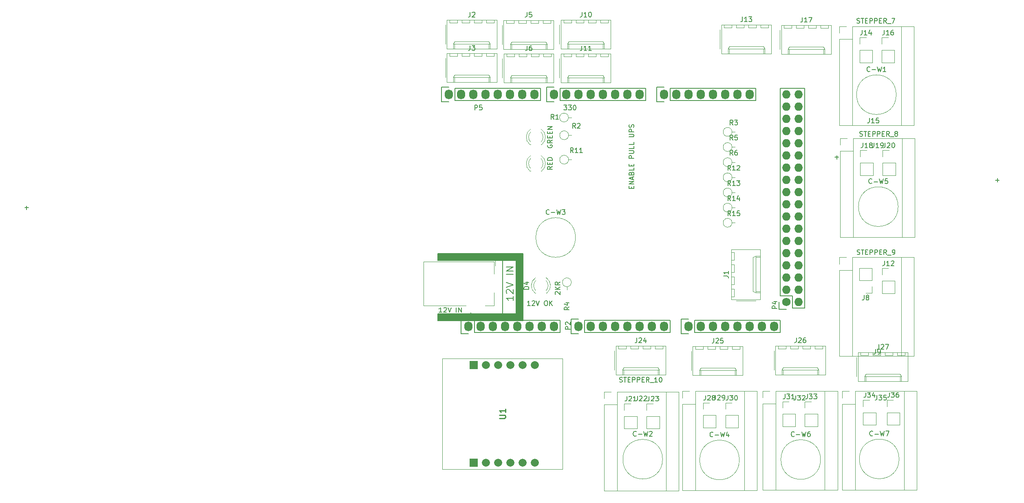
<source format=gbr>
G04 #@! TF.GenerationSoftware,KiCad,Pcbnew,7.0.9*
G04 #@! TF.CreationDate,2023-11-27T06:02:19+10:00*
G04 #@! TF.ProjectId,Front Console Output,46726f6e-7420-4436-9f6e-736f6c65204f,rev?*
G04 #@! TF.SameCoordinates,Original*
G04 #@! TF.FileFunction,Legend,Top*
G04 #@! TF.FilePolarity,Positive*
%FSLAX46Y46*%
G04 Gerber Fmt 4.6, Leading zero omitted, Abs format (unit mm)*
G04 Created by KiCad (PCBNEW 7.0.9) date 2023-11-27 06:02:19*
%MOMM*%
%LPD*%
G01*
G04 APERTURE LIST*
%ADD10C,0.150000*%
%ADD11C,0.254000*%
%ADD12C,0.120000*%
%ADD13C,0.100000*%
%ADD14C,1.727200*%
%ADD15O,1.727200X1.727200*%
%ADD16O,1.727200X2.032000*%
%ADD17R,1.665000X1.665000*%
%ADD18C,1.665000*%
G04 APERTURE END LIST*
D10*
X138400000Y-104007000D02*
X141300000Y-104007000D01*
X141300000Y-117900000D01*
X138400000Y-117900000D01*
X138400000Y-104007000D01*
X124900000Y-116550000D02*
X142600000Y-116550000D01*
X142600000Y-117993000D01*
X124900000Y-117993000D01*
X124900000Y-116550000D01*
G36*
X124900000Y-116550000D02*
G01*
X142600000Y-116550000D01*
X142600000Y-117993000D01*
X124900000Y-117993000D01*
X124900000Y-116550000D01*
G37*
X124900000Y-104003500D02*
X142650000Y-104003500D01*
X142650000Y-105446500D01*
X124900000Y-105446500D01*
X124900000Y-104003500D01*
G36*
X124900000Y-104003500D02*
G01*
X142650000Y-104003500D01*
X142650000Y-105446500D01*
X124900000Y-105446500D01*
X124900000Y-104003500D01*
G37*
X141178500Y-104000000D02*
X142621500Y-104000000D01*
X142621500Y-117900000D01*
X141178500Y-117900000D01*
X141178500Y-104000000D01*
G36*
X141178500Y-104000000D02*
G01*
X142621500Y-104000000D01*
X142621500Y-117900000D01*
X141178500Y-117900000D01*
X141178500Y-104000000D01*
G37*
X165135009Y-90439047D02*
X165135009Y-90105714D01*
X165658819Y-89962857D02*
X165658819Y-90439047D01*
X165658819Y-90439047D02*
X164658819Y-90439047D01*
X164658819Y-90439047D02*
X164658819Y-89962857D01*
X165658819Y-89534285D02*
X164658819Y-89534285D01*
X164658819Y-89534285D02*
X165658819Y-88962857D01*
X165658819Y-88962857D02*
X164658819Y-88962857D01*
X165373104Y-88534285D02*
X165373104Y-88058095D01*
X165658819Y-88629523D02*
X164658819Y-88296190D01*
X164658819Y-88296190D02*
X165658819Y-87962857D01*
X165135009Y-87296190D02*
X165182628Y-87153333D01*
X165182628Y-87153333D02*
X165230247Y-87105714D01*
X165230247Y-87105714D02*
X165325485Y-87058095D01*
X165325485Y-87058095D02*
X165468342Y-87058095D01*
X165468342Y-87058095D02*
X165563580Y-87105714D01*
X165563580Y-87105714D02*
X165611200Y-87153333D01*
X165611200Y-87153333D02*
X165658819Y-87248571D01*
X165658819Y-87248571D02*
X165658819Y-87629523D01*
X165658819Y-87629523D02*
X164658819Y-87629523D01*
X164658819Y-87629523D02*
X164658819Y-87296190D01*
X164658819Y-87296190D02*
X164706438Y-87200952D01*
X164706438Y-87200952D02*
X164754057Y-87153333D01*
X164754057Y-87153333D02*
X164849295Y-87105714D01*
X164849295Y-87105714D02*
X164944533Y-87105714D01*
X164944533Y-87105714D02*
X165039771Y-87153333D01*
X165039771Y-87153333D02*
X165087390Y-87200952D01*
X165087390Y-87200952D02*
X165135009Y-87296190D01*
X165135009Y-87296190D02*
X165135009Y-87629523D01*
X165658819Y-86153333D02*
X165658819Y-86629523D01*
X165658819Y-86629523D02*
X164658819Y-86629523D01*
X165135009Y-85819999D02*
X165135009Y-85486666D01*
X165658819Y-85343809D02*
X165658819Y-85819999D01*
X165658819Y-85819999D02*
X164658819Y-85819999D01*
X164658819Y-85819999D02*
X164658819Y-85343809D01*
X165658819Y-84153332D02*
X164658819Y-84153332D01*
X164658819Y-84153332D02*
X164658819Y-83772380D01*
X164658819Y-83772380D02*
X164706438Y-83677142D01*
X164706438Y-83677142D02*
X164754057Y-83629523D01*
X164754057Y-83629523D02*
X164849295Y-83581904D01*
X164849295Y-83581904D02*
X164992152Y-83581904D01*
X164992152Y-83581904D02*
X165087390Y-83629523D01*
X165087390Y-83629523D02*
X165135009Y-83677142D01*
X165135009Y-83677142D02*
X165182628Y-83772380D01*
X165182628Y-83772380D02*
X165182628Y-84153332D01*
X164658819Y-83153332D02*
X165468342Y-83153332D01*
X165468342Y-83153332D02*
X165563580Y-83105713D01*
X165563580Y-83105713D02*
X165611200Y-83058094D01*
X165611200Y-83058094D02*
X165658819Y-82962856D01*
X165658819Y-82962856D02*
X165658819Y-82772380D01*
X165658819Y-82772380D02*
X165611200Y-82677142D01*
X165611200Y-82677142D02*
X165563580Y-82629523D01*
X165563580Y-82629523D02*
X165468342Y-82581904D01*
X165468342Y-82581904D02*
X164658819Y-82581904D01*
X165658819Y-81629523D02*
X165658819Y-82105713D01*
X165658819Y-82105713D02*
X164658819Y-82105713D01*
X165658819Y-80819999D02*
X165658819Y-81296189D01*
X165658819Y-81296189D02*
X164658819Y-81296189D01*
X164658819Y-79724760D02*
X165468342Y-79724760D01*
X165468342Y-79724760D02*
X165563580Y-79677141D01*
X165563580Y-79677141D02*
X165611200Y-79629522D01*
X165611200Y-79629522D02*
X165658819Y-79534284D01*
X165658819Y-79534284D02*
X165658819Y-79343808D01*
X165658819Y-79343808D02*
X165611200Y-79248570D01*
X165611200Y-79248570D02*
X165563580Y-79200951D01*
X165563580Y-79200951D02*
X165468342Y-79153332D01*
X165468342Y-79153332D02*
X164658819Y-79153332D01*
X165658819Y-78677141D02*
X164658819Y-78677141D01*
X164658819Y-78677141D02*
X164658819Y-78296189D01*
X164658819Y-78296189D02*
X164706438Y-78200951D01*
X164706438Y-78200951D02*
X164754057Y-78153332D01*
X164754057Y-78153332D02*
X164849295Y-78105713D01*
X164849295Y-78105713D02*
X164992152Y-78105713D01*
X164992152Y-78105713D02*
X165087390Y-78153332D01*
X165087390Y-78153332D02*
X165135009Y-78200951D01*
X165135009Y-78200951D02*
X165182628Y-78296189D01*
X165182628Y-78296189D02*
X165182628Y-78677141D01*
X165611200Y-77724760D02*
X165658819Y-77581903D01*
X165658819Y-77581903D02*
X165658819Y-77343808D01*
X165658819Y-77343808D02*
X165611200Y-77248570D01*
X165611200Y-77248570D02*
X165563580Y-77200951D01*
X165563580Y-77200951D02*
X165468342Y-77153332D01*
X165468342Y-77153332D02*
X165373104Y-77153332D01*
X165373104Y-77153332D02*
X165277866Y-77200951D01*
X165277866Y-77200951D02*
X165230247Y-77248570D01*
X165230247Y-77248570D02*
X165182628Y-77343808D01*
X165182628Y-77343808D02*
X165135009Y-77534284D01*
X165135009Y-77534284D02*
X165087390Y-77629522D01*
X165087390Y-77629522D02*
X165039771Y-77677141D01*
X165039771Y-77677141D02*
X164944533Y-77724760D01*
X164944533Y-77724760D02*
X164849295Y-77724760D01*
X164849295Y-77724760D02*
X164754057Y-77677141D01*
X164754057Y-77677141D02*
X164706438Y-77629522D01*
X164706438Y-77629522D02*
X164658819Y-77534284D01*
X164658819Y-77534284D02*
X164658819Y-77296189D01*
X164658819Y-77296189D02*
X164706438Y-77153332D01*
X140636128Y-112842856D02*
X140636128Y-113699999D01*
X140636128Y-113271428D02*
X139136128Y-113271428D01*
X139136128Y-113271428D02*
X139350414Y-113414285D01*
X139350414Y-113414285D02*
X139493271Y-113557142D01*
X139493271Y-113557142D02*
X139564700Y-113699999D01*
X139278985Y-112271428D02*
X139207557Y-112200000D01*
X139207557Y-112200000D02*
X139136128Y-112057143D01*
X139136128Y-112057143D02*
X139136128Y-111700000D01*
X139136128Y-111700000D02*
X139207557Y-111557143D01*
X139207557Y-111557143D02*
X139278985Y-111485714D01*
X139278985Y-111485714D02*
X139421842Y-111414285D01*
X139421842Y-111414285D02*
X139564700Y-111414285D01*
X139564700Y-111414285D02*
X139778985Y-111485714D01*
X139778985Y-111485714D02*
X140636128Y-112342857D01*
X140636128Y-112342857D02*
X140636128Y-111414285D01*
X139136128Y-110985714D02*
X140636128Y-110485714D01*
X140636128Y-110485714D02*
X139136128Y-109985714D01*
X140636128Y-108342858D02*
X139136128Y-108342858D01*
X140636128Y-107628572D02*
X139136128Y-107628572D01*
X139136128Y-107628572D02*
X140636128Y-106771429D01*
X140636128Y-106771429D02*
X139136128Y-106771429D01*
X39529519Y-94838398D02*
X39529519Y-94076494D01*
X39910472Y-94457446D02*
X39148567Y-94457446D01*
X149400057Y-112465713D02*
X149352438Y-112418094D01*
X149352438Y-112418094D02*
X149304819Y-112322856D01*
X149304819Y-112322856D02*
X149304819Y-112084761D01*
X149304819Y-112084761D02*
X149352438Y-111989523D01*
X149352438Y-111989523D02*
X149400057Y-111941904D01*
X149400057Y-111941904D02*
X149495295Y-111894285D01*
X149495295Y-111894285D02*
X149590533Y-111894285D01*
X149590533Y-111894285D02*
X149733390Y-111941904D01*
X149733390Y-111941904D02*
X150304819Y-112513332D01*
X150304819Y-112513332D02*
X150304819Y-111894285D01*
X150304819Y-111465713D02*
X149304819Y-111465713D01*
X150304819Y-110894285D02*
X149733390Y-111322856D01*
X149304819Y-110894285D02*
X149876247Y-111465713D01*
X150304819Y-109894285D02*
X149828628Y-110227618D01*
X150304819Y-110465713D02*
X149304819Y-110465713D01*
X149304819Y-110465713D02*
X149304819Y-110084761D01*
X149304819Y-110084761D02*
X149352438Y-109989523D01*
X149352438Y-109989523D02*
X149400057Y-109941904D01*
X149400057Y-109941904D02*
X149495295Y-109894285D01*
X149495295Y-109894285D02*
X149638152Y-109894285D01*
X149638152Y-109894285D02*
X149733390Y-109941904D01*
X149733390Y-109941904D02*
X149781009Y-109989523D01*
X149781009Y-109989523D02*
X149828628Y-110084761D01*
X149828628Y-110084761D02*
X149828628Y-110465713D01*
X207813485Y-84300951D02*
X207813485Y-83539047D01*
X208194438Y-83919999D02*
X207432533Y-83919999D01*
X125788095Y-116204819D02*
X125216667Y-116204819D01*
X125502381Y-116204819D02*
X125502381Y-115204819D01*
X125502381Y-115204819D02*
X125407143Y-115347676D01*
X125407143Y-115347676D02*
X125311905Y-115442914D01*
X125311905Y-115442914D02*
X125216667Y-115490533D01*
X126169048Y-115300057D02*
X126216667Y-115252438D01*
X126216667Y-115252438D02*
X126311905Y-115204819D01*
X126311905Y-115204819D02*
X126550000Y-115204819D01*
X126550000Y-115204819D02*
X126645238Y-115252438D01*
X126645238Y-115252438D02*
X126692857Y-115300057D01*
X126692857Y-115300057D02*
X126740476Y-115395295D01*
X126740476Y-115395295D02*
X126740476Y-115490533D01*
X126740476Y-115490533D02*
X126692857Y-115633390D01*
X126692857Y-115633390D02*
X126121429Y-116204819D01*
X126121429Y-116204819D02*
X126740476Y-116204819D01*
X127026191Y-115204819D02*
X127359524Y-116204819D01*
X127359524Y-116204819D02*
X127692857Y-115204819D01*
X128788096Y-116204819D02*
X128788096Y-115204819D01*
X129264286Y-116204819D02*
X129264286Y-115204819D01*
X129264286Y-115204819D02*
X129835714Y-116204819D01*
X129835714Y-116204819D02*
X129835714Y-115204819D01*
X131772819Y-116300285D02*
X131772819Y-116871713D01*
X131772819Y-116585999D02*
X130772819Y-116585999D01*
X130772819Y-116585999D02*
X130915676Y-116681237D01*
X130915676Y-116681237D02*
X131010914Y-116776475D01*
X131010914Y-116776475D02*
X131058533Y-116871713D01*
X241173485Y-89100951D02*
X241173485Y-88339047D01*
X241554438Y-88719999D02*
X240792533Y-88719999D01*
X144126190Y-114804819D02*
X143554762Y-114804819D01*
X143840476Y-114804819D02*
X143840476Y-113804819D01*
X143840476Y-113804819D02*
X143745238Y-113947676D01*
X143745238Y-113947676D02*
X143650000Y-114042914D01*
X143650000Y-114042914D02*
X143554762Y-114090533D01*
X144507143Y-113900057D02*
X144554762Y-113852438D01*
X144554762Y-113852438D02*
X144650000Y-113804819D01*
X144650000Y-113804819D02*
X144888095Y-113804819D01*
X144888095Y-113804819D02*
X144983333Y-113852438D01*
X144983333Y-113852438D02*
X145030952Y-113900057D01*
X145030952Y-113900057D02*
X145078571Y-113995295D01*
X145078571Y-113995295D02*
X145078571Y-114090533D01*
X145078571Y-114090533D02*
X145030952Y-114233390D01*
X145030952Y-114233390D02*
X144459524Y-114804819D01*
X144459524Y-114804819D02*
X145078571Y-114804819D01*
X145364286Y-113804819D02*
X145697619Y-114804819D01*
X145697619Y-114804819D02*
X146030952Y-113804819D01*
X147316667Y-113804819D02*
X147507143Y-113804819D01*
X147507143Y-113804819D02*
X147602381Y-113852438D01*
X147602381Y-113852438D02*
X147697619Y-113947676D01*
X147697619Y-113947676D02*
X147745238Y-114138152D01*
X147745238Y-114138152D02*
X147745238Y-114471485D01*
X147745238Y-114471485D02*
X147697619Y-114661961D01*
X147697619Y-114661961D02*
X147602381Y-114757200D01*
X147602381Y-114757200D02*
X147507143Y-114804819D01*
X147507143Y-114804819D02*
X147316667Y-114804819D01*
X147316667Y-114804819D02*
X147221429Y-114757200D01*
X147221429Y-114757200D02*
X147126191Y-114661961D01*
X147126191Y-114661961D02*
X147078572Y-114471485D01*
X147078572Y-114471485D02*
X147078572Y-114138152D01*
X147078572Y-114138152D02*
X147126191Y-113947676D01*
X147126191Y-113947676D02*
X147221429Y-113852438D01*
X147221429Y-113852438D02*
X147316667Y-113804819D01*
X148173810Y-114804819D02*
X148173810Y-113804819D01*
X148745238Y-114804819D02*
X148316667Y-114233390D01*
X148745238Y-113804819D02*
X148173810Y-114376247D01*
X214672857Y-66039580D02*
X214625238Y-66087200D01*
X214625238Y-66087200D02*
X214482381Y-66134819D01*
X214482381Y-66134819D02*
X214387143Y-66134819D01*
X214387143Y-66134819D02*
X214244286Y-66087200D01*
X214244286Y-66087200D02*
X214149048Y-65991961D01*
X214149048Y-65991961D02*
X214101429Y-65896723D01*
X214101429Y-65896723D02*
X214053810Y-65706247D01*
X214053810Y-65706247D02*
X214053810Y-65563390D01*
X214053810Y-65563390D02*
X214101429Y-65372914D01*
X214101429Y-65372914D02*
X214149048Y-65277676D01*
X214149048Y-65277676D02*
X214244286Y-65182438D01*
X214244286Y-65182438D02*
X214387143Y-65134819D01*
X214387143Y-65134819D02*
X214482381Y-65134819D01*
X214482381Y-65134819D02*
X214625238Y-65182438D01*
X214625238Y-65182438D02*
X214672857Y-65230057D01*
X215101429Y-65753866D02*
X215863334Y-65753866D01*
X216244286Y-65134819D02*
X216482381Y-66134819D01*
X216482381Y-66134819D02*
X216672857Y-65420533D01*
X216672857Y-65420533D02*
X216863333Y-66134819D01*
X216863333Y-66134819D02*
X217101429Y-65134819D01*
X218006190Y-66134819D02*
X217434762Y-66134819D01*
X217720476Y-66134819D02*
X217720476Y-65134819D01*
X217720476Y-65134819D02*
X217625238Y-65277676D01*
X217625238Y-65277676D02*
X217530000Y-65372914D01*
X217530000Y-65372914D02*
X217434762Y-65420533D01*
X213080476Y-57494819D02*
X213080476Y-58209104D01*
X213080476Y-58209104D02*
X213032857Y-58351961D01*
X213032857Y-58351961D02*
X212937619Y-58447200D01*
X212937619Y-58447200D02*
X212794762Y-58494819D01*
X212794762Y-58494819D02*
X212699524Y-58494819D01*
X214080476Y-58494819D02*
X213509048Y-58494819D01*
X213794762Y-58494819D02*
X213794762Y-57494819D01*
X213794762Y-57494819D02*
X213699524Y-57637676D01*
X213699524Y-57637676D02*
X213604286Y-57732914D01*
X213604286Y-57732914D02*
X213509048Y-57780533D01*
X214937619Y-57828152D02*
X214937619Y-58494819D01*
X214699524Y-57447200D02*
X214461429Y-58161485D01*
X214461429Y-58161485D02*
X215080476Y-58161485D01*
X148062857Y-95749580D02*
X148015238Y-95797200D01*
X148015238Y-95797200D02*
X147872381Y-95844819D01*
X147872381Y-95844819D02*
X147777143Y-95844819D01*
X147777143Y-95844819D02*
X147634286Y-95797200D01*
X147634286Y-95797200D02*
X147539048Y-95701961D01*
X147539048Y-95701961D02*
X147491429Y-95606723D01*
X147491429Y-95606723D02*
X147443810Y-95416247D01*
X147443810Y-95416247D02*
X147443810Y-95273390D01*
X147443810Y-95273390D02*
X147491429Y-95082914D01*
X147491429Y-95082914D02*
X147539048Y-94987676D01*
X147539048Y-94987676D02*
X147634286Y-94892438D01*
X147634286Y-94892438D02*
X147777143Y-94844819D01*
X147777143Y-94844819D02*
X147872381Y-94844819D01*
X147872381Y-94844819D02*
X148015238Y-94892438D01*
X148015238Y-94892438D02*
X148062857Y-94940057D01*
X148491429Y-95463866D02*
X149253334Y-95463866D01*
X149634286Y-94844819D02*
X149872381Y-95844819D01*
X149872381Y-95844819D02*
X150062857Y-95130533D01*
X150062857Y-95130533D02*
X150253333Y-95844819D01*
X150253333Y-95844819D02*
X150491429Y-94844819D01*
X150777143Y-94844819D02*
X151396190Y-94844819D01*
X151396190Y-94844819D02*
X151062857Y-95225771D01*
X151062857Y-95225771D02*
X151205714Y-95225771D01*
X151205714Y-95225771D02*
X151300952Y-95273390D01*
X151300952Y-95273390D02*
X151348571Y-95321009D01*
X151348571Y-95321009D02*
X151396190Y-95416247D01*
X151396190Y-95416247D02*
X151396190Y-95654342D01*
X151396190Y-95654342D02*
X151348571Y-95749580D01*
X151348571Y-95749580D02*
X151300952Y-95797200D01*
X151300952Y-95797200D02*
X151205714Y-95844819D01*
X151205714Y-95844819D02*
X150920000Y-95844819D01*
X150920000Y-95844819D02*
X150824762Y-95797200D01*
X150824762Y-95797200D02*
X150777143Y-95749580D01*
X185757142Y-96114819D02*
X185423809Y-95638628D01*
X185185714Y-96114819D02*
X185185714Y-95114819D01*
X185185714Y-95114819D02*
X185566666Y-95114819D01*
X185566666Y-95114819D02*
X185661904Y-95162438D01*
X185661904Y-95162438D02*
X185709523Y-95210057D01*
X185709523Y-95210057D02*
X185757142Y-95305295D01*
X185757142Y-95305295D02*
X185757142Y-95448152D01*
X185757142Y-95448152D02*
X185709523Y-95543390D01*
X185709523Y-95543390D02*
X185661904Y-95591009D01*
X185661904Y-95591009D02*
X185566666Y-95638628D01*
X185566666Y-95638628D02*
X185185714Y-95638628D01*
X186709523Y-96114819D02*
X186138095Y-96114819D01*
X186423809Y-96114819D02*
X186423809Y-95114819D01*
X186423809Y-95114819D02*
X186328571Y-95257676D01*
X186328571Y-95257676D02*
X186233333Y-95352914D01*
X186233333Y-95352914D02*
X186138095Y-95400533D01*
X187614285Y-95114819D02*
X187138095Y-95114819D01*
X187138095Y-95114819D02*
X187090476Y-95591009D01*
X187090476Y-95591009D02*
X187138095Y-95543390D01*
X187138095Y-95543390D02*
X187233333Y-95495771D01*
X187233333Y-95495771D02*
X187471428Y-95495771D01*
X187471428Y-95495771D02*
X187566666Y-95543390D01*
X187566666Y-95543390D02*
X187614285Y-95591009D01*
X187614285Y-95591009D02*
X187661904Y-95686247D01*
X187661904Y-95686247D02*
X187661904Y-95924342D01*
X187661904Y-95924342D02*
X187614285Y-96019580D01*
X187614285Y-96019580D02*
X187566666Y-96067200D01*
X187566666Y-96067200D02*
X187471428Y-96114819D01*
X187471428Y-96114819D02*
X187233333Y-96114819D01*
X187233333Y-96114819D02*
X187138095Y-96067200D01*
X187138095Y-96067200D02*
X187090476Y-96019580D01*
X185757142Y-92964819D02*
X185423809Y-92488628D01*
X185185714Y-92964819D02*
X185185714Y-91964819D01*
X185185714Y-91964819D02*
X185566666Y-91964819D01*
X185566666Y-91964819D02*
X185661904Y-92012438D01*
X185661904Y-92012438D02*
X185709523Y-92060057D01*
X185709523Y-92060057D02*
X185757142Y-92155295D01*
X185757142Y-92155295D02*
X185757142Y-92298152D01*
X185757142Y-92298152D02*
X185709523Y-92393390D01*
X185709523Y-92393390D02*
X185661904Y-92441009D01*
X185661904Y-92441009D02*
X185566666Y-92488628D01*
X185566666Y-92488628D02*
X185185714Y-92488628D01*
X186709523Y-92964819D02*
X186138095Y-92964819D01*
X186423809Y-92964819D02*
X186423809Y-91964819D01*
X186423809Y-91964819D02*
X186328571Y-92107676D01*
X186328571Y-92107676D02*
X186233333Y-92202914D01*
X186233333Y-92202914D02*
X186138095Y-92250533D01*
X187566666Y-92298152D02*
X187566666Y-92964819D01*
X187328571Y-91917200D02*
X187090476Y-92631485D01*
X187090476Y-92631485D02*
X187709523Y-92631485D01*
X185757142Y-89814819D02*
X185423809Y-89338628D01*
X185185714Y-89814819D02*
X185185714Y-88814819D01*
X185185714Y-88814819D02*
X185566666Y-88814819D01*
X185566666Y-88814819D02*
X185661904Y-88862438D01*
X185661904Y-88862438D02*
X185709523Y-88910057D01*
X185709523Y-88910057D02*
X185757142Y-89005295D01*
X185757142Y-89005295D02*
X185757142Y-89148152D01*
X185757142Y-89148152D02*
X185709523Y-89243390D01*
X185709523Y-89243390D02*
X185661904Y-89291009D01*
X185661904Y-89291009D02*
X185566666Y-89338628D01*
X185566666Y-89338628D02*
X185185714Y-89338628D01*
X186709523Y-89814819D02*
X186138095Y-89814819D01*
X186423809Y-89814819D02*
X186423809Y-88814819D01*
X186423809Y-88814819D02*
X186328571Y-88957676D01*
X186328571Y-88957676D02*
X186233333Y-89052914D01*
X186233333Y-89052914D02*
X186138095Y-89100533D01*
X187042857Y-88814819D02*
X187661904Y-88814819D01*
X187661904Y-88814819D02*
X187328571Y-89195771D01*
X187328571Y-89195771D02*
X187471428Y-89195771D01*
X187471428Y-89195771D02*
X187566666Y-89243390D01*
X187566666Y-89243390D02*
X187614285Y-89291009D01*
X187614285Y-89291009D02*
X187661904Y-89386247D01*
X187661904Y-89386247D02*
X187661904Y-89624342D01*
X187661904Y-89624342D02*
X187614285Y-89719580D01*
X187614285Y-89719580D02*
X187566666Y-89767200D01*
X187566666Y-89767200D02*
X187471428Y-89814819D01*
X187471428Y-89814819D02*
X187185714Y-89814819D01*
X187185714Y-89814819D02*
X187090476Y-89767200D01*
X187090476Y-89767200D02*
X187042857Y-89719580D01*
X185757142Y-86664819D02*
X185423809Y-86188628D01*
X185185714Y-86664819D02*
X185185714Y-85664819D01*
X185185714Y-85664819D02*
X185566666Y-85664819D01*
X185566666Y-85664819D02*
X185661904Y-85712438D01*
X185661904Y-85712438D02*
X185709523Y-85760057D01*
X185709523Y-85760057D02*
X185757142Y-85855295D01*
X185757142Y-85855295D02*
X185757142Y-85998152D01*
X185757142Y-85998152D02*
X185709523Y-86093390D01*
X185709523Y-86093390D02*
X185661904Y-86141009D01*
X185661904Y-86141009D02*
X185566666Y-86188628D01*
X185566666Y-86188628D02*
X185185714Y-86188628D01*
X186709523Y-86664819D02*
X186138095Y-86664819D01*
X186423809Y-86664819D02*
X186423809Y-85664819D01*
X186423809Y-85664819D02*
X186328571Y-85807676D01*
X186328571Y-85807676D02*
X186233333Y-85902914D01*
X186233333Y-85902914D02*
X186138095Y-85950533D01*
X187090476Y-85760057D02*
X187138095Y-85712438D01*
X187138095Y-85712438D02*
X187233333Y-85664819D01*
X187233333Y-85664819D02*
X187471428Y-85664819D01*
X187471428Y-85664819D02*
X187566666Y-85712438D01*
X187566666Y-85712438D02*
X187614285Y-85760057D01*
X187614285Y-85760057D02*
X187661904Y-85855295D01*
X187661904Y-85855295D02*
X187661904Y-85950533D01*
X187661904Y-85950533D02*
X187614285Y-86093390D01*
X187614285Y-86093390D02*
X187042857Y-86664819D01*
X187042857Y-86664819D02*
X187661904Y-86664819D01*
X186233333Y-83514819D02*
X185900000Y-83038628D01*
X185661905Y-83514819D02*
X185661905Y-82514819D01*
X185661905Y-82514819D02*
X186042857Y-82514819D01*
X186042857Y-82514819D02*
X186138095Y-82562438D01*
X186138095Y-82562438D02*
X186185714Y-82610057D01*
X186185714Y-82610057D02*
X186233333Y-82705295D01*
X186233333Y-82705295D02*
X186233333Y-82848152D01*
X186233333Y-82848152D02*
X186185714Y-82943390D01*
X186185714Y-82943390D02*
X186138095Y-82991009D01*
X186138095Y-82991009D02*
X186042857Y-83038628D01*
X186042857Y-83038628D02*
X185661905Y-83038628D01*
X187090476Y-82514819D02*
X186900000Y-82514819D01*
X186900000Y-82514819D02*
X186804762Y-82562438D01*
X186804762Y-82562438D02*
X186757143Y-82610057D01*
X186757143Y-82610057D02*
X186661905Y-82752914D01*
X186661905Y-82752914D02*
X186614286Y-82943390D01*
X186614286Y-82943390D02*
X186614286Y-83324342D01*
X186614286Y-83324342D02*
X186661905Y-83419580D01*
X186661905Y-83419580D02*
X186709524Y-83467200D01*
X186709524Y-83467200D02*
X186804762Y-83514819D01*
X186804762Y-83514819D02*
X186995238Y-83514819D01*
X186995238Y-83514819D02*
X187090476Y-83467200D01*
X187090476Y-83467200D02*
X187138095Y-83419580D01*
X187138095Y-83419580D02*
X187185714Y-83324342D01*
X187185714Y-83324342D02*
X187185714Y-83086247D01*
X187185714Y-83086247D02*
X187138095Y-82991009D01*
X187138095Y-82991009D02*
X187090476Y-82943390D01*
X187090476Y-82943390D02*
X186995238Y-82895771D01*
X186995238Y-82895771D02*
X186804762Y-82895771D01*
X186804762Y-82895771D02*
X186709524Y-82943390D01*
X186709524Y-82943390D02*
X186661905Y-82991009D01*
X186661905Y-82991009D02*
X186614286Y-83086247D01*
X186233333Y-80364819D02*
X185900000Y-79888628D01*
X185661905Y-80364819D02*
X185661905Y-79364819D01*
X185661905Y-79364819D02*
X186042857Y-79364819D01*
X186042857Y-79364819D02*
X186138095Y-79412438D01*
X186138095Y-79412438D02*
X186185714Y-79460057D01*
X186185714Y-79460057D02*
X186233333Y-79555295D01*
X186233333Y-79555295D02*
X186233333Y-79698152D01*
X186233333Y-79698152D02*
X186185714Y-79793390D01*
X186185714Y-79793390D02*
X186138095Y-79841009D01*
X186138095Y-79841009D02*
X186042857Y-79888628D01*
X186042857Y-79888628D02*
X185661905Y-79888628D01*
X187138095Y-79364819D02*
X186661905Y-79364819D01*
X186661905Y-79364819D02*
X186614286Y-79841009D01*
X186614286Y-79841009D02*
X186661905Y-79793390D01*
X186661905Y-79793390D02*
X186757143Y-79745771D01*
X186757143Y-79745771D02*
X186995238Y-79745771D01*
X186995238Y-79745771D02*
X187090476Y-79793390D01*
X187090476Y-79793390D02*
X187138095Y-79841009D01*
X187138095Y-79841009D02*
X187185714Y-79936247D01*
X187185714Y-79936247D02*
X187185714Y-80174342D01*
X187185714Y-80174342D02*
X187138095Y-80269580D01*
X187138095Y-80269580D02*
X187090476Y-80317200D01*
X187090476Y-80317200D02*
X186995238Y-80364819D01*
X186995238Y-80364819D02*
X186757143Y-80364819D01*
X186757143Y-80364819D02*
X186661905Y-80317200D01*
X186661905Y-80317200D02*
X186614286Y-80269580D01*
X186233333Y-77214819D02*
X185900000Y-76738628D01*
X185661905Y-77214819D02*
X185661905Y-76214819D01*
X185661905Y-76214819D02*
X186042857Y-76214819D01*
X186042857Y-76214819D02*
X186138095Y-76262438D01*
X186138095Y-76262438D02*
X186185714Y-76310057D01*
X186185714Y-76310057D02*
X186233333Y-76405295D01*
X186233333Y-76405295D02*
X186233333Y-76548152D01*
X186233333Y-76548152D02*
X186185714Y-76643390D01*
X186185714Y-76643390D02*
X186138095Y-76691009D01*
X186138095Y-76691009D02*
X186042857Y-76738628D01*
X186042857Y-76738628D02*
X185661905Y-76738628D01*
X186566667Y-76214819D02*
X187185714Y-76214819D01*
X187185714Y-76214819D02*
X186852381Y-76595771D01*
X186852381Y-76595771D02*
X186995238Y-76595771D01*
X186995238Y-76595771D02*
X187090476Y-76643390D01*
X187090476Y-76643390D02*
X187138095Y-76691009D01*
X187138095Y-76691009D02*
X187185714Y-76786247D01*
X187185714Y-76786247D02*
X187185714Y-77024342D01*
X187185714Y-77024342D02*
X187138095Y-77119580D01*
X187138095Y-77119580D02*
X187090476Y-77167200D01*
X187090476Y-77167200D02*
X186995238Y-77214819D01*
X186995238Y-77214819D02*
X186709524Y-77214819D01*
X186709524Y-77214819D02*
X186614286Y-77167200D01*
X186614286Y-77167200D02*
X186566667Y-77119580D01*
X218730476Y-132904819D02*
X218730476Y-133619104D01*
X218730476Y-133619104D02*
X218682857Y-133761961D01*
X218682857Y-133761961D02*
X218587619Y-133857200D01*
X218587619Y-133857200D02*
X218444762Y-133904819D01*
X218444762Y-133904819D02*
X218349524Y-133904819D01*
X219111429Y-132904819D02*
X219730476Y-132904819D01*
X219730476Y-132904819D02*
X219397143Y-133285771D01*
X219397143Y-133285771D02*
X219540000Y-133285771D01*
X219540000Y-133285771D02*
X219635238Y-133333390D01*
X219635238Y-133333390D02*
X219682857Y-133381009D01*
X219682857Y-133381009D02*
X219730476Y-133476247D01*
X219730476Y-133476247D02*
X219730476Y-133714342D01*
X219730476Y-133714342D02*
X219682857Y-133809580D01*
X219682857Y-133809580D02*
X219635238Y-133857200D01*
X219635238Y-133857200D02*
X219540000Y-133904819D01*
X219540000Y-133904819D02*
X219254286Y-133904819D01*
X219254286Y-133904819D02*
X219159048Y-133857200D01*
X219159048Y-133857200D02*
X219111429Y-133809580D01*
X220587619Y-132904819D02*
X220397143Y-132904819D01*
X220397143Y-132904819D02*
X220301905Y-132952438D01*
X220301905Y-132952438D02*
X220254286Y-133000057D01*
X220254286Y-133000057D02*
X220159048Y-133142914D01*
X220159048Y-133142914D02*
X220111429Y-133333390D01*
X220111429Y-133333390D02*
X220111429Y-133714342D01*
X220111429Y-133714342D02*
X220159048Y-133809580D01*
X220159048Y-133809580D02*
X220206667Y-133857200D01*
X220206667Y-133857200D02*
X220301905Y-133904819D01*
X220301905Y-133904819D02*
X220492381Y-133904819D01*
X220492381Y-133904819D02*
X220587619Y-133857200D01*
X220587619Y-133857200D02*
X220635238Y-133809580D01*
X220635238Y-133809580D02*
X220682857Y-133714342D01*
X220682857Y-133714342D02*
X220682857Y-133476247D01*
X220682857Y-133476247D02*
X220635238Y-133381009D01*
X220635238Y-133381009D02*
X220587619Y-133333390D01*
X220587619Y-133333390D02*
X220492381Y-133285771D01*
X220492381Y-133285771D02*
X220301905Y-133285771D01*
X220301905Y-133285771D02*
X220206667Y-133333390D01*
X220206667Y-133333390D02*
X220159048Y-133381009D01*
X220159048Y-133381009D02*
X220111429Y-133476247D01*
X216150476Y-133464819D02*
X216150476Y-134179104D01*
X216150476Y-134179104D02*
X216102857Y-134321961D01*
X216102857Y-134321961D02*
X216007619Y-134417200D01*
X216007619Y-134417200D02*
X215864762Y-134464819D01*
X215864762Y-134464819D02*
X215769524Y-134464819D01*
X216531429Y-133464819D02*
X217150476Y-133464819D01*
X217150476Y-133464819D02*
X216817143Y-133845771D01*
X216817143Y-133845771D02*
X216960000Y-133845771D01*
X216960000Y-133845771D02*
X217055238Y-133893390D01*
X217055238Y-133893390D02*
X217102857Y-133941009D01*
X217102857Y-133941009D02*
X217150476Y-134036247D01*
X217150476Y-134036247D02*
X217150476Y-134274342D01*
X217150476Y-134274342D02*
X217102857Y-134369580D01*
X217102857Y-134369580D02*
X217055238Y-134417200D01*
X217055238Y-134417200D02*
X216960000Y-134464819D01*
X216960000Y-134464819D02*
X216674286Y-134464819D01*
X216674286Y-134464819D02*
X216579048Y-134417200D01*
X216579048Y-134417200D02*
X216531429Y-134369580D01*
X218055238Y-133464819D02*
X217579048Y-133464819D01*
X217579048Y-133464819D02*
X217531429Y-133941009D01*
X217531429Y-133941009D02*
X217579048Y-133893390D01*
X217579048Y-133893390D02*
X217674286Y-133845771D01*
X217674286Y-133845771D02*
X217912381Y-133845771D01*
X217912381Y-133845771D02*
X218007619Y-133893390D01*
X218007619Y-133893390D02*
X218055238Y-133941009D01*
X218055238Y-133941009D02*
X218102857Y-134036247D01*
X218102857Y-134036247D02*
X218102857Y-134274342D01*
X218102857Y-134274342D02*
X218055238Y-134369580D01*
X218055238Y-134369580D02*
X218007619Y-134417200D01*
X218007619Y-134417200D02*
X217912381Y-134464819D01*
X217912381Y-134464819D02*
X217674286Y-134464819D01*
X217674286Y-134464819D02*
X217579048Y-134417200D01*
X217579048Y-134417200D02*
X217531429Y-134369580D01*
X213800476Y-132904819D02*
X213800476Y-133619104D01*
X213800476Y-133619104D02*
X213752857Y-133761961D01*
X213752857Y-133761961D02*
X213657619Y-133857200D01*
X213657619Y-133857200D02*
X213514762Y-133904819D01*
X213514762Y-133904819D02*
X213419524Y-133904819D01*
X214181429Y-132904819D02*
X214800476Y-132904819D01*
X214800476Y-132904819D02*
X214467143Y-133285771D01*
X214467143Y-133285771D02*
X214610000Y-133285771D01*
X214610000Y-133285771D02*
X214705238Y-133333390D01*
X214705238Y-133333390D02*
X214752857Y-133381009D01*
X214752857Y-133381009D02*
X214800476Y-133476247D01*
X214800476Y-133476247D02*
X214800476Y-133714342D01*
X214800476Y-133714342D02*
X214752857Y-133809580D01*
X214752857Y-133809580D02*
X214705238Y-133857200D01*
X214705238Y-133857200D02*
X214610000Y-133904819D01*
X214610000Y-133904819D02*
X214324286Y-133904819D01*
X214324286Y-133904819D02*
X214229048Y-133857200D01*
X214229048Y-133857200D02*
X214181429Y-133809580D01*
X215657619Y-133238152D02*
X215657619Y-133904819D01*
X215419524Y-132857200D02*
X215181429Y-133571485D01*
X215181429Y-133571485D02*
X215800476Y-133571485D01*
X201700476Y-133224819D02*
X201700476Y-133939104D01*
X201700476Y-133939104D02*
X201652857Y-134081961D01*
X201652857Y-134081961D02*
X201557619Y-134177200D01*
X201557619Y-134177200D02*
X201414762Y-134224819D01*
X201414762Y-134224819D02*
X201319524Y-134224819D01*
X202081429Y-133224819D02*
X202700476Y-133224819D01*
X202700476Y-133224819D02*
X202367143Y-133605771D01*
X202367143Y-133605771D02*
X202510000Y-133605771D01*
X202510000Y-133605771D02*
X202605238Y-133653390D01*
X202605238Y-133653390D02*
X202652857Y-133701009D01*
X202652857Y-133701009D02*
X202700476Y-133796247D01*
X202700476Y-133796247D02*
X202700476Y-134034342D01*
X202700476Y-134034342D02*
X202652857Y-134129580D01*
X202652857Y-134129580D02*
X202605238Y-134177200D01*
X202605238Y-134177200D02*
X202510000Y-134224819D01*
X202510000Y-134224819D02*
X202224286Y-134224819D01*
X202224286Y-134224819D02*
X202129048Y-134177200D01*
X202129048Y-134177200D02*
X202081429Y-134129580D01*
X203033810Y-133224819D02*
X203652857Y-133224819D01*
X203652857Y-133224819D02*
X203319524Y-133605771D01*
X203319524Y-133605771D02*
X203462381Y-133605771D01*
X203462381Y-133605771D02*
X203557619Y-133653390D01*
X203557619Y-133653390D02*
X203605238Y-133701009D01*
X203605238Y-133701009D02*
X203652857Y-133796247D01*
X203652857Y-133796247D02*
X203652857Y-134034342D01*
X203652857Y-134034342D02*
X203605238Y-134129580D01*
X203605238Y-134129580D02*
X203557619Y-134177200D01*
X203557619Y-134177200D02*
X203462381Y-134224819D01*
X203462381Y-134224819D02*
X203176667Y-134224819D01*
X203176667Y-134224819D02*
X203081429Y-134177200D01*
X203081429Y-134177200D02*
X203033810Y-134129580D01*
X199270476Y-133504819D02*
X199270476Y-134219104D01*
X199270476Y-134219104D02*
X199222857Y-134361961D01*
X199222857Y-134361961D02*
X199127619Y-134457200D01*
X199127619Y-134457200D02*
X198984762Y-134504819D01*
X198984762Y-134504819D02*
X198889524Y-134504819D01*
X199651429Y-133504819D02*
X200270476Y-133504819D01*
X200270476Y-133504819D02*
X199937143Y-133885771D01*
X199937143Y-133885771D02*
X200080000Y-133885771D01*
X200080000Y-133885771D02*
X200175238Y-133933390D01*
X200175238Y-133933390D02*
X200222857Y-133981009D01*
X200222857Y-133981009D02*
X200270476Y-134076247D01*
X200270476Y-134076247D02*
X200270476Y-134314342D01*
X200270476Y-134314342D02*
X200222857Y-134409580D01*
X200222857Y-134409580D02*
X200175238Y-134457200D01*
X200175238Y-134457200D02*
X200080000Y-134504819D01*
X200080000Y-134504819D02*
X199794286Y-134504819D01*
X199794286Y-134504819D02*
X199699048Y-134457200D01*
X199699048Y-134457200D02*
X199651429Y-134409580D01*
X200651429Y-133600057D02*
X200699048Y-133552438D01*
X200699048Y-133552438D02*
X200794286Y-133504819D01*
X200794286Y-133504819D02*
X201032381Y-133504819D01*
X201032381Y-133504819D02*
X201127619Y-133552438D01*
X201127619Y-133552438D02*
X201175238Y-133600057D01*
X201175238Y-133600057D02*
X201222857Y-133695295D01*
X201222857Y-133695295D02*
X201222857Y-133790533D01*
X201222857Y-133790533D02*
X201175238Y-133933390D01*
X201175238Y-133933390D02*
X200603810Y-134504819D01*
X200603810Y-134504819D02*
X201222857Y-134504819D01*
X197050476Y-133224819D02*
X197050476Y-133939104D01*
X197050476Y-133939104D02*
X197002857Y-134081961D01*
X197002857Y-134081961D02*
X196907619Y-134177200D01*
X196907619Y-134177200D02*
X196764762Y-134224819D01*
X196764762Y-134224819D02*
X196669524Y-134224819D01*
X197431429Y-133224819D02*
X198050476Y-133224819D01*
X198050476Y-133224819D02*
X197717143Y-133605771D01*
X197717143Y-133605771D02*
X197860000Y-133605771D01*
X197860000Y-133605771D02*
X197955238Y-133653390D01*
X197955238Y-133653390D02*
X198002857Y-133701009D01*
X198002857Y-133701009D02*
X198050476Y-133796247D01*
X198050476Y-133796247D02*
X198050476Y-134034342D01*
X198050476Y-134034342D02*
X198002857Y-134129580D01*
X198002857Y-134129580D02*
X197955238Y-134177200D01*
X197955238Y-134177200D02*
X197860000Y-134224819D01*
X197860000Y-134224819D02*
X197574286Y-134224819D01*
X197574286Y-134224819D02*
X197479048Y-134177200D01*
X197479048Y-134177200D02*
X197431429Y-134129580D01*
X199002857Y-134224819D02*
X198431429Y-134224819D01*
X198717143Y-134224819D02*
X198717143Y-133224819D01*
X198717143Y-133224819D02*
X198621905Y-133367676D01*
X198621905Y-133367676D02*
X198526667Y-133462914D01*
X198526667Y-133462914D02*
X198431429Y-133510533D01*
X185200476Y-133489819D02*
X185200476Y-134204104D01*
X185200476Y-134204104D02*
X185152857Y-134346961D01*
X185152857Y-134346961D02*
X185057619Y-134442200D01*
X185057619Y-134442200D02*
X184914762Y-134489819D01*
X184914762Y-134489819D02*
X184819524Y-134489819D01*
X185581429Y-133489819D02*
X186200476Y-133489819D01*
X186200476Y-133489819D02*
X185867143Y-133870771D01*
X185867143Y-133870771D02*
X186010000Y-133870771D01*
X186010000Y-133870771D02*
X186105238Y-133918390D01*
X186105238Y-133918390D02*
X186152857Y-133966009D01*
X186152857Y-133966009D02*
X186200476Y-134061247D01*
X186200476Y-134061247D02*
X186200476Y-134299342D01*
X186200476Y-134299342D02*
X186152857Y-134394580D01*
X186152857Y-134394580D02*
X186105238Y-134442200D01*
X186105238Y-134442200D02*
X186010000Y-134489819D01*
X186010000Y-134489819D02*
X185724286Y-134489819D01*
X185724286Y-134489819D02*
X185629048Y-134442200D01*
X185629048Y-134442200D02*
X185581429Y-134394580D01*
X186819524Y-133489819D02*
X186914762Y-133489819D01*
X186914762Y-133489819D02*
X187010000Y-133537438D01*
X187010000Y-133537438D02*
X187057619Y-133585057D01*
X187057619Y-133585057D02*
X187105238Y-133680295D01*
X187105238Y-133680295D02*
X187152857Y-133870771D01*
X187152857Y-133870771D02*
X187152857Y-134108866D01*
X187152857Y-134108866D02*
X187105238Y-134299342D01*
X187105238Y-134299342D02*
X187057619Y-134394580D01*
X187057619Y-134394580D02*
X187010000Y-134442200D01*
X187010000Y-134442200D02*
X186914762Y-134489819D01*
X186914762Y-134489819D02*
X186819524Y-134489819D01*
X186819524Y-134489819D02*
X186724286Y-134442200D01*
X186724286Y-134442200D02*
X186676667Y-134394580D01*
X186676667Y-134394580D02*
X186629048Y-134299342D01*
X186629048Y-134299342D02*
X186581429Y-134108866D01*
X186581429Y-134108866D02*
X186581429Y-133870771D01*
X186581429Y-133870771D02*
X186629048Y-133680295D01*
X186629048Y-133680295D02*
X186676667Y-133585057D01*
X186676667Y-133585057D02*
X186724286Y-133537438D01*
X186724286Y-133537438D02*
X186819524Y-133489819D01*
X182610476Y-133454819D02*
X182610476Y-134169104D01*
X182610476Y-134169104D02*
X182562857Y-134311961D01*
X182562857Y-134311961D02*
X182467619Y-134407200D01*
X182467619Y-134407200D02*
X182324762Y-134454819D01*
X182324762Y-134454819D02*
X182229524Y-134454819D01*
X183039048Y-133550057D02*
X183086667Y-133502438D01*
X183086667Y-133502438D02*
X183181905Y-133454819D01*
X183181905Y-133454819D02*
X183420000Y-133454819D01*
X183420000Y-133454819D02*
X183515238Y-133502438D01*
X183515238Y-133502438D02*
X183562857Y-133550057D01*
X183562857Y-133550057D02*
X183610476Y-133645295D01*
X183610476Y-133645295D02*
X183610476Y-133740533D01*
X183610476Y-133740533D02*
X183562857Y-133883390D01*
X183562857Y-133883390D02*
X182991429Y-134454819D01*
X182991429Y-134454819D02*
X183610476Y-134454819D01*
X184086667Y-134454819D02*
X184277143Y-134454819D01*
X184277143Y-134454819D02*
X184372381Y-134407200D01*
X184372381Y-134407200D02*
X184420000Y-134359580D01*
X184420000Y-134359580D02*
X184515238Y-134216723D01*
X184515238Y-134216723D02*
X184562857Y-134026247D01*
X184562857Y-134026247D02*
X184562857Y-133645295D01*
X184562857Y-133645295D02*
X184515238Y-133550057D01*
X184515238Y-133550057D02*
X184467619Y-133502438D01*
X184467619Y-133502438D02*
X184372381Y-133454819D01*
X184372381Y-133454819D02*
X184181905Y-133454819D01*
X184181905Y-133454819D02*
X184086667Y-133502438D01*
X184086667Y-133502438D02*
X184039048Y-133550057D01*
X184039048Y-133550057D02*
X183991429Y-133645295D01*
X183991429Y-133645295D02*
X183991429Y-133883390D01*
X183991429Y-133883390D02*
X184039048Y-133978628D01*
X184039048Y-133978628D02*
X184086667Y-134026247D01*
X184086667Y-134026247D02*
X184181905Y-134073866D01*
X184181905Y-134073866D02*
X184372381Y-134073866D01*
X184372381Y-134073866D02*
X184467619Y-134026247D01*
X184467619Y-134026247D02*
X184515238Y-133978628D01*
X184515238Y-133978628D02*
X184562857Y-133883390D01*
X180550476Y-133489819D02*
X180550476Y-134204104D01*
X180550476Y-134204104D02*
X180502857Y-134346961D01*
X180502857Y-134346961D02*
X180407619Y-134442200D01*
X180407619Y-134442200D02*
X180264762Y-134489819D01*
X180264762Y-134489819D02*
X180169524Y-134489819D01*
X180979048Y-133585057D02*
X181026667Y-133537438D01*
X181026667Y-133537438D02*
X181121905Y-133489819D01*
X181121905Y-133489819D02*
X181360000Y-133489819D01*
X181360000Y-133489819D02*
X181455238Y-133537438D01*
X181455238Y-133537438D02*
X181502857Y-133585057D01*
X181502857Y-133585057D02*
X181550476Y-133680295D01*
X181550476Y-133680295D02*
X181550476Y-133775533D01*
X181550476Y-133775533D02*
X181502857Y-133918390D01*
X181502857Y-133918390D02*
X180931429Y-134489819D01*
X180931429Y-134489819D02*
X181550476Y-134489819D01*
X182121905Y-133918390D02*
X182026667Y-133870771D01*
X182026667Y-133870771D02*
X181979048Y-133823152D01*
X181979048Y-133823152D02*
X181931429Y-133727914D01*
X181931429Y-133727914D02*
X181931429Y-133680295D01*
X181931429Y-133680295D02*
X181979048Y-133585057D01*
X181979048Y-133585057D02*
X182026667Y-133537438D01*
X182026667Y-133537438D02*
X182121905Y-133489819D01*
X182121905Y-133489819D02*
X182312381Y-133489819D01*
X182312381Y-133489819D02*
X182407619Y-133537438D01*
X182407619Y-133537438D02*
X182455238Y-133585057D01*
X182455238Y-133585057D02*
X182502857Y-133680295D01*
X182502857Y-133680295D02*
X182502857Y-133727914D01*
X182502857Y-133727914D02*
X182455238Y-133823152D01*
X182455238Y-133823152D02*
X182407619Y-133870771D01*
X182407619Y-133870771D02*
X182312381Y-133918390D01*
X182312381Y-133918390D02*
X182121905Y-133918390D01*
X182121905Y-133918390D02*
X182026667Y-133966009D01*
X182026667Y-133966009D02*
X181979048Y-134013628D01*
X181979048Y-134013628D02*
X181931429Y-134108866D01*
X181931429Y-134108866D02*
X181931429Y-134299342D01*
X181931429Y-134299342D02*
X181979048Y-134394580D01*
X181979048Y-134394580D02*
X182026667Y-134442200D01*
X182026667Y-134442200D02*
X182121905Y-134489819D01*
X182121905Y-134489819D02*
X182312381Y-134489819D01*
X182312381Y-134489819D02*
X182407619Y-134442200D01*
X182407619Y-134442200D02*
X182455238Y-134394580D01*
X182455238Y-134394580D02*
X182502857Y-134299342D01*
X182502857Y-134299342D02*
X182502857Y-134108866D01*
X182502857Y-134108866D02*
X182455238Y-134013628D01*
X182455238Y-134013628D02*
X182407619Y-133966009D01*
X182407619Y-133966009D02*
X182312381Y-133918390D01*
X216580476Y-122894819D02*
X216580476Y-123609104D01*
X216580476Y-123609104D02*
X216532857Y-123751961D01*
X216532857Y-123751961D02*
X216437619Y-123847200D01*
X216437619Y-123847200D02*
X216294762Y-123894819D01*
X216294762Y-123894819D02*
X216199524Y-123894819D01*
X217009048Y-122990057D02*
X217056667Y-122942438D01*
X217056667Y-122942438D02*
X217151905Y-122894819D01*
X217151905Y-122894819D02*
X217390000Y-122894819D01*
X217390000Y-122894819D02*
X217485238Y-122942438D01*
X217485238Y-122942438D02*
X217532857Y-122990057D01*
X217532857Y-122990057D02*
X217580476Y-123085295D01*
X217580476Y-123085295D02*
X217580476Y-123180533D01*
X217580476Y-123180533D02*
X217532857Y-123323390D01*
X217532857Y-123323390D02*
X216961429Y-123894819D01*
X216961429Y-123894819D02*
X217580476Y-123894819D01*
X217913810Y-122894819D02*
X218580476Y-122894819D01*
X218580476Y-122894819D02*
X218151905Y-123894819D01*
X199430476Y-121524819D02*
X199430476Y-122239104D01*
X199430476Y-122239104D02*
X199382857Y-122381961D01*
X199382857Y-122381961D02*
X199287619Y-122477200D01*
X199287619Y-122477200D02*
X199144762Y-122524819D01*
X199144762Y-122524819D02*
X199049524Y-122524819D01*
X199859048Y-121620057D02*
X199906667Y-121572438D01*
X199906667Y-121572438D02*
X200001905Y-121524819D01*
X200001905Y-121524819D02*
X200240000Y-121524819D01*
X200240000Y-121524819D02*
X200335238Y-121572438D01*
X200335238Y-121572438D02*
X200382857Y-121620057D01*
X200382857Y-121620057D02*
X200430476Y-121715295D01*
X200430476Y-121715295D02*
X200430476Y-121810533D01*
X200430476Y-121810533D02*
X200382857Y-121953390D01*
X200382857Y-121953390D02*
X199811429Y-122524819D01*
X199811429Y-122524819D02*
X200430476Y-122524819D01*
X201287619Y-121524819D02*
X201097143Y-121524819D01*
X201097143Y-121524819D02*
X201001905Y-121572438D01*
X201001905Y-121572438D02*
X200954286Y-121620057D01*
X200954286Y-121620057D02*
X200859048Y-121762914D01*
X200859048Y-121762914D02*
X200811429Y-121953390D01*
X200811429Y-121953390D02*
X200811429Y-122334342D01*
X200811429Y-122334342D02*
X200859048Y-122429580D01*
X200859048Y-122429580D02*
X200906667Y-122477200D01*
X200906667Y-122477200D02*
X201001905Y-122524819D01*
X201001905Y-122524819D02*
X201192381Y-122524819D01*
X201192381Y-122524819D02*
X201287619Y-122477200D01*
X201287619Y-122477200D02*
X201335238Y-122429580D01*
X201335238Y-122429580D02*
X201382857Y-122334342D01*
X201382857Y-122334342D02*
X201382857Y-122096247D01*
X201382857Y-122096247D02*
X201335238Y-122001009D01*
X201335238Y-122001009D02*
X201287619Y-121953390D01*
X201287619Y-121953390D02*
X201192381Y-121905771D01*
X201192381Y-121905771D02*
X201001905Y-121905771D01*
X201001905Y-121905771D02*
X200906667Y-121953390D01*
X200906667Y-121953390D02*
X200859048Y-122001009D01*
X200859048Y-122001009D02*
X200811429Y-122096247D01*
X182260476Y-121614819D02*
X182260476Y-122329104D01*
X182260476Y-122329104D02*
X182212857Y-122471961D01*
X182212857Y-122471961D02*
X182117619Y-122567200D01*
X182117619Y-122567200D02*
X181974762Y-122614819D01*
X181974762Y-122614819D02*
X181879524Y-122614819D01*
X182689048Y-121710057D02*
X182736667Y-121662438D01*
X182736667Y-121662438D02*
X182831905Y-121614819D01*
X182831905Y-121614819D02*
X183070000Y-121614819D01*
X183070000Y-121614819D02*
X183165238Y-121662438D01*
X183165238Y-121662438D02*
X183212857Y-121710057D01*
X183212857Y-121710057D02*
X183260476Y-121805295D01*
X183260476Y-121805295D02*
X183260476Y-121900533D01*
X183260476Y-121900533D02*
X183212857Y-122043390D01*
X183212857Y-122043390D02*
X182641429Y-122614819D01*
X182641429Y-122614819D02*
X183260476Y-122614819D01*
X184165238Y-121614819D02*
X183689048Y-121614819D01*
X183689048Y-121614819D02*
X183641429Y-122091009D01*
X183641429Y-122091009D02*
X183689048Y-122043390D01*
X183689048Y-122043390D02*
X183784286Y-121995771D01*
X183784286Y-121995771D02*
X184022381Y-121995771D01*
X184022381Y-121995771D02*
X184117619Y-122043390D01*
X184117619Y-122043390D02*
X184165238Y-122091009D01*
X184165238Y-122091009D02*
X184212857Y-122186247D01*
X184212857Y-122186247D02*
X184212857Y-122424342D01*
X184212857Y-122424342D02*
X184165238Y-122519580D01*
X184165238Y-122519580D02*
X184117619Y-122567200D01*
X184117619Y-122567200D02*
X184022381Y-122614819D01*
X184022381Y-122614819D02*
X183784286Y-122614819D01*
X183784286Y-122614819D02*
X183689048Y-122567200D01*
X183689048Y-122567200D02*
X183641429Y-122519580D01*
X166290476Y-121534819D02*
X166290476Y-122249104D01*
X166290476Y-122249104D02*
X166242857Y-122391961D01*
X166242857Y-122391961D02*
X166147619Y-122487200D01*
X166147619Y-122487200D02*
X166004762Y-122534819D01*
X166004762Y-122534819D02*
X165909524Y-122534819D01*
X166719048Y-121630057D02*
X166766667Y-121582438D01*
X166766667Y-121582438D02*
X166861905Y-121534819D01*
X166861905Y-121534819D02*
X167100000Y-121534819D01*
X167100000Y-121534819D02*
X167195238Y-121582438D01*
X167195238Y-121582438D02*
X167242857Y-121630057D01*
X167242857Y-121630057D02*
X167290476Y-121725295D01*
X167290476Y-121725295D02*
X167290476Y-121820533D01*
X167290476Y-121820533D02*
X167242857Y-121963390D01*
X167242857Y-121963390D02*
X166671429Y-122534819D01*
X166671429Y-122534819D02*
X167290476Y-122534819D01*
X168147619Y-121868152D02*
X168147619Y-122534819D01*
X167909524Y-121487200D02*
X167671429Y-122201485D01*
X167671429Y-122201485D02*
X168290476Y-122201485D01*
X162695238Y-130687200D02*
X162838095Y-130734819D01*
X162838095Y-130734819D02*
X163076190Y-130734819D01*
X163076190Y-130734819D02*
X163171428Y-130687200D01*
X163171428Y-130687200D02*
X163219047Y-130639580D01*
X163219047Y-130639580D02*
X163266666Y-130544342D01*
X163266666Y-130544342D02*
X163266666Y-130449104D01*
X163266666Y-130449104D02*
X163219047Y-130353866D01*
X163219047Y-130353866D02*
X163171428Y-130306247D01*
X163171428Y-130306247D02*
X163076190Y-130258628D01*
X163076190Y-130258628D02*
X162885714Y-130211009D01*
X162885714Y-130211009D02*
X162790476Y-130163390D01*
X162790476Y-130163390D02*
X162742857Y-130115771D01*
X162742857Y-130115771D02*
X162695238Y-130020533D01*
X162695238Y-130020533D02*
X162695238Y-129925295D01*
X162695238Y-129925295D02*
X162742857Y-129830057D01*
X162742857Y-129830057D02*
X162790476Y-129782438D01*
X162790476Y-129782438D02*
X162885714Y-129734819D01*
X162885714Y-129734819D02*
X163123809Y-129734819D01*
X163123809Y-129734819D02*
X163266666Y-129782438D01*
X163552381Y-129734819D02*
X164123809Y-129734819D01*
X163838095Y-130734819D02*
X163838095Y-129734819D01*
X164457143Y-130211009D02*
X164790476Y-130211009D01*
X164933333Y-130734819D02*
X164457143Y-130734819D01*
X164457143Y-130734819D02*
X164457143Y-129734819D01*
X164457143Y-129734819D02*
X164933333Y-129734819D01*
X165361905Y-130734819D02*
X165361905Y-129734819D01*
X165361905Y-129734819D02*
X165742857Y-129734819D01*
X165742857Y-129734819D02*
X165838095Y-129782438D01*
X165838095Y-129782438D02*
X165885714Y-129830057D01*
X165885714Y-129830057D02*
X165933333Y-129925295D01*
X165933333Y-129925295D02*
X165933333Y-130068152D01*
X165933333Y-130068152D02*
X165885714Y-130163390D01*
X165885714Y-130163390D02*
X165838095Y-130211009D01*
X165838095Y-130211009D02*
X165742857Y-130258628D01*
X165742857Y-130258628D02*
X165361905Y-130258628D01*
X166361905Y-130734819D02*
X166361905Y-129734819D01*
X166361905Y-129734819D02*
X166742857Y-129734819D01*
X166742857Y-129734819D02*
X166838095Y-129782438D01*
X166838095Y-129782438D02*
X166885714Y-129830057D01*
X166885714Y-129830057D02*
X166933333Y-129925295D01*
X166933333Y-129925295D02*
X166933333Y-130068152D01*
X166933333Y-130068152D02*
X166885714Y-130163390D01*
X166885714Y-130163390D02*
X166838095Y-130211009D01*
X166838095Y-130211009D02*
X166742857Y-130258628D01*
X166742857Y-130258628D02*
X166361905Y-130258628D01*
X167361905Y-130211009D02*
X167695238Y-130211009D01*
X167838095Y-130734819D02*
X167361905Y-130734819D01*
X167361905Y-130734819D02*
X167361905Y-129734819D01*
X167361905Y-129734819D02*
X167838095Y-129734819D01*
X168838095Y-130734819D02*
X168504762Y-130258628D01*
X168266667Y-130734819D02*
X168266667Y-129734819D01*
X168266667Y-129734819D02*
X168647619Y-129734819D01*
X168647619Y-129734819D02*
X168742857Y-129782438D01*
X168742857Y-129782438D02*
X168790476Y-129830057D01*
X168790476Y-129830057D02*
X168838095Y-129925295D01*
X168838095Y-129925295D02*
X168838095Y-130068152D01*
X168838095Y-130068152D02*
X168790476Y-130163390D01*
X168790476Y-130163390D02*
X168742857Y-130211009D01*
X168742857Y-130211009D02*
X168647619Y-130258628D01*
X168647619Y-130258628D02*
X168266667Y-130258628D01*
X169028572Y-130830057D02*
X169790476Y-130830057D01*
X170552381Y-130734819D02*
X169980953Y-130734819D01*
X170266667Y-130734819D02*
X170266667Y-129734819D01*
X170266667Y-129734819D02*
X170171429Y-129877676D01*
X170171429Y-129877676D02*
X170076191Y-129972914D01*
X170076191Y-129972914D02*
X169980953Y-130020533D01*
X171171429Y-129734819D02*
X171266667Y-129734819D01*
X171266667Y-129734819D02*
X171361905Y-129782438D01*
X171361905Y-129782438D02*
X171409524Y-129830057D01*
X171409524Y-129830057D02*
X171457143Y-129925295D01*
X171457143Y-129925295D02*
X171504762Y-130115771D01*
X171504762Y-130115771D02*
X171504762Y-130353866D01*
X171504762Y-130353866D02*
X171457143Y-130544342D01*
X171457143Y-130544342D02*
X171409524Y-130639580D01*
X171409524Y-130639580D02*
X171361905Y-130687200D01*
X171361905Y-130687200D02*
X171266667Y-130734819D01*
X171266667Y-130734819D02*
X171171429Y-130734819D01*
X171171429Y-130734819D02*
X171076191Y-130687200D01*
X171076191Y-130687200D02*
X171028572Y-130639580D01*
X171028572Y-130639580D02*
X170980953Y-130544342D01*
X170980953Y-130544342D02*
X170933334Y-130353866D01*
X170933334Y-130353866D02*
X170933334Y-130115771D01*
X170933334Y-130115771D02*
X170980953Y-129925295D01*
X170980953Y-129925295D02*
X171028572Y-129830057D01*
X171028572Y-129830057D02*
X171076191Y-129782438D01*
X171076191Y-129782438D02*
X171171429Y-129734819D01*
X168840476Y-133669819D02*
X168840476Y-134384104D01*
X168840476Y-134384104D02*
X168792857Y-134526961D01*
X168792857Y-134526961D02*
X168697619Y-134622200D01*
X168697619Y-134622200D02*
X168554762Y-134669819D01*
X168554762Y-134669819D02*
X168459524Y-134669819D01*
X169269048Y-133765057D02*
X169316667Y-133717438D01*
X169316667Y-133717438D02*
X169411905Y-133669819D01*
X169411905Y-133669819D02*
X169650000Y-133669819D01*
X169650000Y-133669819D02*
X169745238Y-133717438D01*
X169745238Y-133717438D02*
X169792857Y-133765057D01*
X169792857Y-133765057D02*
X169840476Y-133860295D01*
X169840476Y-133860295D02*
X169840476Y-133955533D01*
X169840476Y-133955533D02*
X169792857Y-134098390D01*
X169792857Y-134098390D02*
X169221429Y-134669819D01*
X169221429Y-134669819D02*
X169840476Y-134669819D01*
X170173810Y-133669819D02*
X170792857Y-133669819D01*
X170792857Y-133669819D02*
X170459524Y-134050771D01*
X170459524Y-134050771D02*
X170602381Y-134050771D01*
X170602381Y-134050771D02*
X170697619Y-134098390D01*
X170697619Y-134098390D02*
X170745238Y-134146009D01*
X170745238Y-134146009D02*
X170792857Y-134241247D01*
X170792857Y-134241247D02*
X170792857Y-134479342D01*
X170792857Y-134479342D02*
X170745238Y-134574580D01*
X170745238Y-134574580D02*
X170697619Y-134622200D01*
X170697619Y-134622200D02*
X170602381Y-134669819D01*
X170602381Y-134669819D02*
X170316667Y-134669819D01*
X170316667Y-134669819D02*
X170221429Y-134622200D01*
X170221429Y-134622200D02*
X170173810Y-134574580D01*
X166400476Y-133624819D02*
X166400476Y-134339104D01*
X166400476Y-134339104D02*
X166352857Y-134481961D01*
X166352857Y-134481961D02*
X166257619Y-134577200D01*
X166257619Y-134577200D02*
X166114762Y-134624819D01*
X166114762Y-134624819D02*
X166019524Y-134624819D01*
X166829048Y-133720057D02*
X166876667Y-133672438D01*
X166876667Y-133672438D02*
X166971905Y-133624819D01*
X166971905Y-133624819D02*
X167210000Y-133624819D01*
X167210000Y-133624819D02*
X167305238Y-133672438D01*
X167305238Y-133672438D02*
X167352857Y-133720057D01*
X167352857Y-133720057D02*
X167400476Y-133815295D01*
X167400476Y-133815295D02*
X167400476Y-133910533D01*
X167400476Y-133910533D02*
X167352857Y-134053390D01*
X167352857Y-134053390D02*
X166781429Y-134624819D01*
X166781429Y-134624819D02*
X167400476Y-134624819D01*
X167781429Y-133720057D02*
X167829048Y-133672438D01*
X167829048Y-133672438D02*
X167924286Y-133624819D01*
X167924286Y-133624819D02*
X168162381Y-133624819D01*
X168162381Y-133624819D02*
X168257619Y-133672438D01*
X168257619Y-133672438D02*
X168305238Y-133720057D01*
X168305238Y-133720057D02*
X168352857Y-133815295D01*
X168352857Y-133815295D02*
X168352857Y-133910533D01*
X168352857Y-133910533D02*
X168305238Y-134053390D01*
X168305238Y-134053390D02*
X167733810Y-134624819D01*
X167733810Y-134624819D02*
X168352857Y-134624819D01*
X164190476Y-133669819D02*
X164190476Y-134384104D01*
X164190476Y-134384104D02*
X164142857Y-134526961D01*
X164142857Y-134526961D02*
X164047619Y-134622200D01*
X164047619Y-134622200D02*
X163904762Y-134669819D01*
X163904762Y-134669819D02*
X163809524Y-134669819D01*
X164619048Y-133765057D02*
X164666667Y-133717438D01*
X164666667Y-133717438D02*
X164761905Y-133669819D01*
X164761905Y-133669819D02*
X165000000Y-133669819D01*
X165000000Y-133669819D02*
X165095238Y-133717438D01*
X165095238Y-133717438D02*
X165142857Y-133765057D01*
X165142857Y-133765057D02*
X165190476Y-133860295D01*
X165190476Y-133860295D02*
X165190476Y-133955533D01*
X165190476Y-133955533D02*
X165142857Y-134098390D01*
X165142857Y-134098390D02*
X164571429Y-134669819D01*
X164571429Y-134669819D02*
X165190476Y-134669819D01*
X166142857Y-134669819D02*
X165571429Y-134669819D01*
X165857143Y-134669819D02*
X165857143Y-133669819D01*
X165857143Y-133669819D02*
X165761905Y-133812676D01*
X165761905Y-133812676D02*
X165666667Y-133907914D01*
X165666667Y-133907914D02*
X165571429Y-133955533D01*
X217860476Y-80949819D02*
X217860476Y-81664104D01*
X217860476Y-81664104D02*
X217812857Y-81806961D01*
X217812857Y-81806961D02*
X217717619Y-81902200D01*
X217717619Y-81902200D02*
X217574762Y-81949819D01*
X217574762Y-81949819D02*
X217479524Y-81949819D01*
X218289048Y-81045057D02*
X218336667Y-80997438D01*
X218336667Y-80997438D02*
X218431905Y-80949819D01*
X218431905Y-80949819D02*
X218670000Y-80949819D01*
X218670000Y-80949819D02*
X218765238Y-80997438D01*
X218765238Y-80997438D02*
X218812857Y-81045057D01*
X218812857Y-81045057D02*
X218860476Y-81140295D01*
X218860476Y-81140295D02*
X218860476Y-81235533D01*
X218860476Y-81235533D02*
X218812857Y-81378390D01*
X218812857Y-81378390D02*
X218241429Y-81949819D01*
X218241429Y-81949819D02*
X218860476Y-81949819D01*
X219479524Y-80949819D02*
X219574762Y-80949819D01*
X219574762Y-80949819D02*
X219670000Y-80997438D01*
X219670000Y-80997438D02*
X219717619Y-81045057D01*
X219717619Y-81045057D02*
X219765238Y-81140295D01*
X219765238Y-81140295D02*
X219812857Y-81330771D01*
X219812857Y-81330771D02*
X219812857Y-81568866D01*
X219812857Y-81568866D02*
X219765238Y-81759342D01*
X219765238Y-81759342D02*
X219717619Y-81854580D01*
X219717619Y-81854580D02*
X219670000Y-81902200D01*
X219670000Y-81902200D02*
X219574762Y-81949819D01*
X219574762Y-81949819D02*
X219479524Y-81949819D01*
X219479524Y-81949819D02*
X219384286Y-81902200D01*
X219384286Y-81902200D02*
X219336667Y-81854580D01*
X219336667Y-81854580D02*
X219289048Y-81759342D01*
X219289048Y-81759342D02*
X219241429Y-81568866D01*
X219241429Y-81568866D02*
X219241429Y-81330771D01*
X219241429Y-81330771D02*
X219289048Y-81140295D01*
X219289048Y-81140295D02*
X219336667Y-81045057D01*
X219336667Y-81045057D02*
X219384286Y-80997438D01*
X219384286Y-80997438D02*
X219479524Y-80949819D01*
X215530476Y-80954819D02*
X215530476Y-81669104D01*
X215530476Y-81669104D02*
X215482857Y-81811961D01*
X215482857Y-81811961D02*
X215387619Y-81907200D01*
X215387619Y-81907200D02*
X215244762Y-81954819D01*
X215244762Y-81954819D02*
X215149524Y-81954819D01*
X216530476Y-81954819D02*
X215959048Y-81954819D01*
X216244762Y-81954819D02*
X216244762Y-80954819D01*
X216244762Y-80954819D02*
X216149524Y-81097676D01*
X216149524Y-81097676D02*
X216054286Y-81192914D01*
X216054286Y-81192914D02*
X215959048Y-81240533D01*
X217006667Y-81954819D02*
X217197143Y-81954819D01*
X217197143Y-81954819D02*
X217292381Y-81907200D01*
X217292381Y-81907200D02*
X217340000Y-81859580D01*
X217340000Y-81859580D02*
X217435238Y-81716723D01*
X217435238Y-81716723D02*
X217482857Y-81526247D01*
X217482857Y-81526247D02*
X217482857Y-81145295D01*
X217482857Y-81145295D02*
X217435238Y-81050057D01*
X217435238Y-81050057D02*
X217387619Y-81002438D01*
X217387619Y-81002438D02*
X217292381Y-80954819D01*
X217292381Y-80954819D02*
X217101905Y-80954819D01*
X217101905Y-80954819D02*
X217006667Y-81002438D01*
X217006667Y-81002438D02*
X216959048Y-81050057D01*
X216959048Y-81050057D02*
X216911429Y-81145295D01*
X216911429Y-81145295D02*
X216911429Y-81383390D01*
X216911429Y-81383390D02*
X216959048Y-81478628D01*
X216959048Y-81478628D02*
X217006667Y-81526247D01*
X217006667Y-81526247D02*
X217101905Y-81573866D01*
X217101905Y-81573866D02*
X217292381Y-81573866D01*
X217292381Y-81573866D02*
X217387619Y-81526247D01*
X217387619Y-81526247D02*
X217435238Y-81478628D01*
X217435238Y-81478628D02*
X217482857Y-81383390D01*
X212571428Y-79527200D02*
X212714285Y-79574819D01*
X212714285Y-79574819D02*
X212952380Y-79574819D01*
X212952380Y-79574819D02*
X213047618Y-79527200D01*
X213047618Y-79527200D02*
X213095237Y-79479580D01*
X213095237Y-79479580D02*
X213142856Y-79384342D01*
X213142856Y-79384342D02*
X213142856Y-79289104D01*
X213142856Y-79289104D02*
X213095237Y-79193866D01*
X213095237Y-79193866D02*
X213047618Y-79146247D01*
X213047618Y-79146247D02*
X212952380Y-79098628D01*
X212952380Y-79098628D02*
X212761904Y-79051009D01*
X212761904Y-79051009D02*
X212666666Y-79003390D01*
X212666666Y-79003390D02*
X212619047Y-78955771D01*
X212619047Y-78955771D02*
X212571428Y-78860533D01*
X212571428Y-78860533D02*
X212571428Y-78765295D01*
X212571428Y-78765295D02*
X212619047Y-78670057D01*
X212619047Y-78670057D02*
X212666666Y-78622438D01*
X212666666Y-78622438D02*
X212761904Y-78574819D01*
X212761904Y-78574819D02*
X212999999Y-78574819D01*
X212999999Y-78574819D02*
X213142856Y-78622438D01*
X213428571Y-78574819D02*
X213999999Y-78574819D01*
X213714285Y-79574819D02*
X213714285Y-78574819D01*
X214333333Y-79051009D02*
X214666666Y-79051009D01*
X214809523Y-79574819D02*
X214333333Y-79574819D01*
X214333333Y-79574819D02*
X214333333Y-78574819D01*
X214333333Y-78574819D02*
X214809523Y-78574819D01*
X215238095Y-79574819D02*
X215238095Y-78574819D01*
X215238095Y-78574819D02*
X215619047Y-78574819D01*
X215619047Y-78574819D02*
X215714285Y-78622438D01*
X215714285Y-78622438D02*
X215761904Y-78670057D01*
X215761904Y-78670057D02*
X215809523Y-78765295D01*
X215809523Y-78765295D02*
X215809523Y-78908152D01*
X215809523Y-78908152D02*
X215761904Y-79003390D01*
X215761904Y-79003390D02*
X215714285Y-79051009D01*
X215714285Y-79051009D02*
X215619047Y-79098628D01*
X215619047Y-79098628D02*
X215238095Y-79098628D01*
X216238095Y-79574819D02*
X216238095Y-78574819D01*
X216238095Y-78574819D02*
X216619047Y-78574819D01*
X216619047Y-78574819D02*
X216714285Y-78622438D01*
X216714285Y-78622438D02*
X216761904Y-78670057D01*
X216761904Y-78670057D02*
X216809523Y-78765295D01*
X216809523Y-78765295D02*
X216809523Y-78908152D01*
X216809523Y-78908152D02*
X216761904Y-79003390D01*
X216761904Y-79003390D02*
X216714285Y-79051009D01*
X216714285Y-79051009D02*
X216619047Y-79098628D01*
X216619047Y-79098628D02*
X216238095Y-79098628D01*
X217238095Y-79051009D02*
X217571428Y-79051009D01*
X217714285Y-79574819D02*
X217238095Y-79574819D01*
X217238095Y-79574819D02*
X217238095Y-78574819D01*
X217238095Y-78574819D02*
X217714285Y-78574819D01*
X218714285Y-79574819D02*
X218380952Y-79098628D01*
X218142857Y-79574819D02*
X218142857Y-78574819D01*
X218142857Y-78574819D02*
X218523809Y-78574819D01*
X218523809Y-78574819D02*
X218619047Y-78622438D01*
X218619047Y-78622438D02*
X218666666Y-78670057D01*
X218666666Y-78670057D02*
X218714285Y-78765295D01*
X218714285Y-78765295D02*
X218714285Y-78908152D01*
X218714285Y-78908152D02*
X218666666Y-79003390D01*
X218666666Y-79003390D02*
X218619047Y-79051009D01*
X218619047Y-79051009D02*
X218523809Y-79098628D01*
X218523809Y-79098628D02*
X218142857Y-79098628D01*
X218904762Y-79670057D02*
X219666666Y-79670057D01*
X220047619Y-79003390D02*
X219952381Y-78955771D01*
X219952381Y-78955771D02*
X219904762Y-78908152D01*
X219904762Y-78908152D02*
X219857143Y-78812914D01*
X219857143Y-78812914D02*
X219857143Y-78765295D01*
X219857143Y-78765295D02*
X219904762Y-78670057D01*
X219904762Y-78670057D02*
X219952381Y-78622438D01*
X219952381Y-78622438D02*
X220047619Y-78574819D01*
X220047619Y-78574819D02*
X220238095Y-78574819D01*
X220238095Y-78574819D02*
X220333333Y-78622438D01*
X220333333Y-78622438D02*
X220380952Y-78670057D01*
X220380952Y-78670057D02*
X220428571Y-78765295D01*
X220428571Y-78765295D02*
X220428571Y-78812914D01*
X220428571Y-78812914D02*
X220380952Y-78908152D01*
X220380952Y-78908152D02*
X220333333Y-78955771D01*
X220333333Y-78955771D02*
X220238095Y-79003390D01*
X220238095Y-79003390D02*
X220047619Y-79003390D01*
X220047619Y-79003390D02*
X219952381Y-79051009D01*
X219952381Y-79051009D02*
X219904762Y-79098628D01*
X219904762Y-79098628D02*
X219857143Y-79193866D01*
X219857143Y-79193866D02*
X219857143Y-79384342D01*
X219857143Y-79384342D02*
X219904762Y-79479580D01*
X219904762Y-79479580D02*
X219952381Y-79527200D01*
X219952381Y-79527200D02*
X220047619Y-79574819D01*
X220047619Y-79574819D02*
X220238095Y-79574819D01*
X220238095Y-79574819D02*
X220333333Y-79527200D01*
X220333333Y-79527200D02*
X220380952Y-79479580D01*
X220380952Y-79479580D02*
X220428571Y-79384342D01*
X220428571Y-79384342D02*
X220428571Y-79193866D01*
X220428571Y-79193866D02*
X220380952Y-79098628D01*
X220380952Y-79098628D02*
X220333333Y-79051009D01*
X220333333Y-79051009D02*
X220238095Y-79003390D01*
X213210476Y-80949819D02*
X213210476Y-81664104D01*
X213210476Y-81664104D02*
X213162857Y-81806961D01*
X213162857Y-81806961D02*
X213067619Y-81902200D01*
X213067619Y-81902200D02*
X212924762Y-81949819D01*
X212924762Y-81949819D02*
X212829524Y-81949819D01*
X214210476Y-81949819D02*
X213639048Y-81949819D01*
X213924762Y-81949819D02*
X213924762Y-80949819D01*
X213924762Y-80949819D02*
X213829524Y-81092676D01*
X213829524Y-81092676D02*
X213734286Y-81187914D01*
X213734286Y-81187914D02*
X213639048Y-81235533D01*
X214781905Y-81378390D02*
X214686667Y-81330771D01*
X214686667Y-81330771D02*
X214639048Y-81283152D01*
X214639048Y-81283152D02*
X214591429Y-81187914D01*
X214591429Y-81187914D02*
X214591429Y-81140295D01*
X214591429Y-81140295D02*
X214639048Y-81045057D01*
X214639048Y-81045057D02*
X214686667Y-80997438D01*
X214686667Y-80997438D02*
X214781905Y-80949819D01*
X214781905Y-80949819D02*
X214972381Y-80949819D01*
X214972381Y-80949819D02*
X215067619Y-80997438D01*
X215067619Y-80997438D02*
X215115238Y-81045057D01*
X215115238Y-81045057D02*
X215162857Y-81140295D01*
X215162857Y-81140295D02*
X215162857Y-81187914D01*
X215162857Y-81187914D02*
X215115238Y-81283152D01*
X215115238Y-81283152D02*
X215067619Y-81330771D01*
X215067619Y-81330771D02*
X214972381Y-81378390D01*
X214972381Y-81378390D02*
X214781905Y-81378390D01*
X214781905Y-81378390D02*
X214686667Y-81426009D01*
X214686667Y-81426009D02*
X214639048Y-81473628D01*
X214639048Y-81473628D02*
X214591429Y-81568866D01*
X214591429Y-81568866D02*
X214591429Y-81759342D01*
X214591429Y-81759342D02*
X214639048Y-81854580D01*
X214639048Y-81854580D02*
X214686667Y-81902200D01*
X214686667Y-81902200D02*
X214781905Y-81949819D01*
X214781905Y-81949819D02*
X214972381Y-81949819D01*
X214972381Y-81949819D02*
X215067619Y-81902200D01*
X215067619Y-81902200D02*
X215115238Y-81854580D01*
X215115238Y-81854580D02*
X215162857Y-81759342D01*
X215162857Y-81759342D02*
X215162857Y-81568866D01*
X215162857Y-81568866D02*
X215115238Y-81473628D01*
X215115238Y-81473628D02*
X215067619Y-81426009D01*
X215067619Y-81426009D02*
X214972381Y-81378390D01*
X200660476Y-54844819D02*
X200660476Y-55559104D01*
X200660476Y-55559104D02*
X200612857Y-55701961D01*
X200612857Y-55701961D02*
X200517619Y-55797200D01*
X200517619Y-55797200D02*
X200374762Y-55844819D01*
X200374762Y-55844819D02*
X200279524Y-55844819D01*
X201660476Y-55844819D02*
X201089048Y-55844819D01*
X201374762Y-55844819D02*
X201374762Y-54844819D01*
X201374762Y-54844819D02*
X201279524Y-54987676D01*
X201279524Y-54987676D02*
X201184286Y-55082914D01*
X201184286Y-55082914D02*
X201089048Y-55130533D01*
X201993810Y-54844819D02*
X202660476Y-54844819D01*
X202660476Y-54844819D02*
X202231905Y-55844819D01*
X217660476Y-57504819D02*
X217660476Y-58219104D01*
X217660476Y-58219104D02*
X217612857Y-58361961D01*
X217612857Y-58361961D02*
X217517619Y-58457200D01*
X217517619Y-58457200D02*
X217374762Y-58504819D01*
X217374762Y-58504819D02*
X217279524Y-58504819D01*
X218660476Y-58504819D02*
X218089048Y-58504819D01*
X218374762Y-58504819D02*
X218374762Y-57504819D01*
X218374762Y-57504819D02*
X218279524Y-57647676D01*
X218279524Y-57647676D02*
X218184286Y-57742914D01*
X218184286Y-57742914D02*
X218089048Y-57790533D01*
X219517619Y-57504819D02*
X219327143Y-57504819D01*
X219327143Y-57504819D02*
X219231905Y-57552438D01*
X219231905Y-57552438D02*
X219184286Y-57600057D01*
X219184286Y-57600057D02*
X219089048Y-57742914D01*
X219089048Y-57742914D02*
X219041429Y-57933390D01*
X219041429Y-57933390D02*
X219041429Y-58314342D01*
X219041429Y-58314342D02*
X219089048Y-58409580D01*
X219089048Y-58409580D02*
X219136667Y-58457200D01*
X219136667Y-58457200D02*
X219231905Y-58504819D01*
X219231905Y-58504819D02*
X219422381Y-58504819D01*
X219422381Y-58504819D02*
X219517619Y-58457200D01*
X219517619Y-58457200D02*
X219565238Y-58409580D01*
X219565238Y-58409580D02*
X219612857Y-58314342D01*
X219612857Y-58314342D02*
X219612857Y-58076247D01*
X219612857Y-58076247D02*
X219565238Y-57981009D01*
X219565238Y-57981009D02*
X219517619Y-57933390D01*
X219517619Y-57933390D02*
X219422381Y-57885771D01*
X219422381Y-57885771D02*
X219231905Y-57885771D01*
X219231905Y-57885771D02*
X219136667Y-57933390D01*
X219136667Y-57933390D02*
X219089048Y-57981009D01*
X219089048Y-57981009D02*
X219041429Y-58076247D01*
X188210476Y-54744819D02*
X188210476Y-55459104D01*
X188210476Y-55459104D02*
X188162857Y-55601961D01*
X188162857Y-55601961D02*
X188067619Y-55697200D01*
X188067619Y-55697200D02*
X187924762Y-55744819D01*
X187924762Y-55744819D02*
X187829524Y-55744819D01*
X189210476Y-55744819D02*
X188639048Y-55744819D01*
X188924762Y-55744819D02*
X188924762Y-54744819D01*
X188924762Y-54744819D02*
X188829524Y-54887676D01*
X188829524Y-54887676D02*
X188734286Y-54982914D01*
X188734286Y-54982914D02*
X188639048Y-55030533D01*
X189543810Y-54744819D02*
X190162857Y-54744819D01*
X190162857Y-54744819D02*
X189829524Y-55125771D01*
X189829524Y-55125771D02*
X189972381Y-55125771D01*
X189972381Y-55125771D02*
X190067619Y-55173390D01*
X190067619Y-55173390D02*
X190115238Y-55221009D01*
X190115238Y-55221009D02*
X190162857Y-55316247D01*
X190162857Y-55316247D02*
X190162857Y-55554342D01*
X190162857Y-55554342D02*
X190115238Y-55649580D01*
X190115238Y-55649580D02*
X190067619Y-55697200D01*
X190067619Y-55697200D02*
X189972381Y-55744819D01*
X189972381Y-55744819D02*
X189686667Y-55744819D01*
X189686667Y-55744819D02*
X189591429Y-55697200D01*
X189591429Y-55697200D02*
X189543810Y-55649580D01*
X217720476Y-105514819D02*
X217720476Y-106229104D01*
X217720476Y-106229104D02*
X217672857Y-106371961D01*
X217672857Y-106371961D02*
X217577619Y-106467200D01*
X217577619Y-106467200D02*
X217434762Y-106514819D01*
X217434762Y-106514819D02*
X217339524Y-106514819D01*
X218720476Y-106514819D02*
X218149048Y-106514819D01*
X218434762Y-106514819D02*
X218434762Y-105514819D01*
X218434762Y-105514819D02*
X218339524Y-105657676D01*
X218339524Y-105657676D02*
X218244286Y-105752914D01*
X218244286Y-105752914D02*
X218149048Y-105800533D01*
X219101429Y-105610057D02*
X219149048Y-105562438D01*
X219149048Y-105562438D02*
X219244286Y-105514819D01*
X219244286Y-105514819D02*
X219482381Y-105514819D01*
X219482381Y-105514819D02*
X219577619Y-105562438D01*
X219577619Y-105562438D02*
X219625238Y-105610057D01*
X219625238Y-105610057D02*
X219672857Y-105705295D01*
X219672857Y-105705295D02*
X219672857Y-105800533D01*
X219672857Y-105800533D02*
X219625238Y-105943390D01*
X219625238Y-105943390D02*
X219053810Y-106514819D01*
X219053810Y-106514819D02*
X219672857Y-106514819D01*
X154870476Y-60774819D02*
X154870476Y-61489104D01*
X154870476Y-61489104D02*
X154822857Y-61631961D01*
X154822857Y-61631961D02*
X154727619Y-61727200D01*
X154727619Y-61727200D02*
X154584762Y-61774819D01*
X154584762Y-61774819D02*
X154489524Y-61774819D01*
X155870476Y-61774819D02*
X155299048Y-61774819D01*
X155584762Y-61774819D02*
X155584762Y-60774819D01*
X155584762Y-60774819D02*
X155489524Y-60917676D01*
X155489524Y-60917676D02*
X155394286Y-61012914D01*
X155394286Y-61012914D02*
X155299048Y-61060533D01*
X156822857Y-61774819D02*
X156251429Y-61774819D01*
X156537143Y-61774819D02*
X156537143Y-60774819D01*
X156537143Y-60774819D02*
X156441905Y-60917676D01*
X156441905Y-60917676D02*
X156346667Y-61012914D01*
X156346667Y-61012914D02*
X156251429Y-61060533D01*
X154880476Y-53754819D02*
X154880476Y-54469104D01*
X154880476Y-54469104D02*
X154832857Y-54611961D01*
X154832857Y-54611961D02*
X154737619Y-54707200D01*
X154737619Y-54707200D02*
X154594762Y-54754819D01*
X154594762Y-54754819D02*
X154499524Y-54754819D01*
X155880476Y-54754819D02*
X155309048Y-54754819D01*
X155594762Y-54754819D02*
X155594762Y-53754819D01*
X155594762Y-53754819D02*
X155499524Y-53897676D01*
X155499524Y-53897676D02*
X155404286Y-53992914D01*
X155404286Y-53992914D02*
X155309048Y-54040533D01*
X156499524Y-53754819D02*
X156594762Y-53754819D01*
X156594762Y-53754819D02*
X156690000Y-53802438D01*
X156690000Y-53802438D02*
X156737619Y-53850057D01*
X156737619Y-53850057D02*
X156785238Y-53945295D01*
X156785238Y-53945295D02*
X156832857Y-54135771D01*
X156832857Y-54135771D02*
X156832857Y-54373866D01*
X156832857Y-54373866D02*
X156785238Y-54564342D01*
X156785238Y-54564342D02*
X156737619Y-54659580D01*
X156737619Y-54659580D02*
X156690000Y-54707200D01*
X156690000Y-54707200D02*
X156594762Y-54754819D01*
X156594762Y-54754819D02*
X156499524Y-54754819D01*
X156499524Y-54754819D02*
X156404286Y-54707200D01*
X156404286Y-54707200D02*
X156356667Y-54659580D01*
X156356667Y-54659580D02*
X156309048Y-54564342D01*
X156309048Y-54564342D02*
X156261429Y-54373866D01*
X156261429Y-54373866D02*
X156261429Y-54135771D01*
X156261429Y-54135771D02*
X156309048Y-53945295D01*
X156309048Y-53945295D02*
X156356667Y-53850057D01*
X156356667Y-53850057D02*
X156404286Y-53802438D01*
X156404286Y-53802438D02*
X156499524Y-53754819D01*
X213466666Y-112654819D02*
X213466666Y-113369104D01*
X213466666Y-113369104D02*
X213419047Y-113511961D01*
X213419047Y-113511961D02*
X213323809Y-113607200D01*
X213323809Y-113607200D02*
X213180952Y-113654819D01*
X213180952Y-113654819D02*
X213085714Y-113654819D01*
X214085714Y-113083390D02*
X213990476Y-113035771D01*
X213990476Y-113035771D02*
X213942857Y-112988152D01*
X213942857Y-112988152D02*
X213895238Y-112892914D01*
X213895238Y-112892914D02*
X213895238Y-112845295D01*
X213895238Y-112845295D02*
X213942857Y-112750057D01*
X213942857Y-112750057D02*
X213990476Y-112702438D01*
X213990476Y-112702438D02*
X214085714Y-112654819D01*
X214085714Y-112654819D02*
X214276190Y-112654819D01*
X214276190Y-112654819D02*
X214371428Y-112702438D01*
X214371428Y-112702438D02*
X214419047Y-112750057D01*
X214419047Y-112750057D02*
X214466666Y-112845295D01*
X214466666Y-112845295D02*
X214466666Y-112892914D01*
X214466666Y-112892914D02*
X214419047Y-112988152D01*
X214419047Y-112988152D02*
X214371428Y-113035771D01*
X214371428Y-113035771D02*
X214276190Y-113083390D01*
X214276190Y-113083390D02*
X214085714Y-113083390D01*
X214085714Y-113083390D02*
X213990476Y-113131009D01*
X213990476Y-113131009D02*
X213942857Y-113178628D01*
X213942857Y-113178628D02*
X213895238Y-113273866D01*
X213895238Y-113273866D02*
X213895238Y-113464342D01*
X213895238Y-113464342D02*
X213942857Y-113559580D01*
X213942857Y-113559580D02*
X213990476Y-113607200D01*
X213990476Y-113607200D02*
X214085714Y-113654819D01*
X214085714Y-113654819D02*
X214276190Y-113654819D01*
X214276190Y-113654819D02*
X214371428Y-113607200D01*
X214371428Y-113607200D02*
X214419047Y-113559580D01*
X214419047Y-113559580D02*
X214466666Y-113464342D01*
X214466666Y-113464342D02*
X214466666Y-113273866D01*
X214466666Y-113273866D02*
X214419047Y-113178628D01*
X214419047Y-113178628D02*
X214371428Y-113131009D01*
X214371428Y-113131009D02*
X214276190Y-113083390D01*
X143496666Y-60774819D02*
X143496666Y-61489104D01*
X143496666Y-61489104D02*
X143449047Y-61631961D01*
X143449047Y-61631961D02*
X143353809Y-61727200D01*
X143353809Y-61727200D02*
X143210952Y-61774819D01*
X143210952Y-61774819D02*
X143115714Y-61774819D01*
X144401428Y-60774819D02*
X144210952Y-60774819D01*
X144210952Y-60774819D02*
X144115714Y-60822438D01*
X144115714Y-60822438D02*
X144068095Y-60870057D01*
X144068095Y-60870057D02*
X143972857Y-61012914D01*
X143972857Y-61012914D02*
X143925238Y-61203390D01*
X143925238Y-61203390D02*
X143925238Y-61584342D01*
X143925238Y-61584342D02*
X143972857Y-61679580D01*
X143972857Y-61679580D02*
X144020476Y-61727200D01*
X144020476Y-61727200D02*
X144115714Y-61774819D01*
X144115714Y-61774819D02*
X144306190Y-61774819D01*
X144306190Y-61774819D02*
X144401428Y-61727200D01*
X144401428Y-61727200D02*
X144449047Y-61679580D01*
X144449047Y-61679580D02*
X144496666Y-61584342D01*
X144496666Y-61584342D02*
X144496666Y-61346247D01*
X144496666Y-61346247D02*
X144449047Y-61251009D01*
X144449047Y-61251009D02*
X144401428Y-61203390D01*
X144401428Y-61203390D02*
X144306190Y-61155771D01*
X144306190Y-61155771D02*
X144115714Y-61155771D01*
X144115714Y-61155771D02*
X144020476Y-61203390D01*
X144020476Y-61203390D02*
X143972857Y-61251009D01*
X143972857Y-61251009D02*
X143925238Y-61346247D01*
X143466666Y-53794819D02*
X143466666Y-54509104D01*
X143466666Y-54509104D02*
X143419047Y-54651961D01*
X143419047Y-54651961D02*
X143323809Y-54747200D01*
X143323809Y-54747200D02*
X143180952Y-54794819D01*
X143180952Y-54794819D02*
X143085714Y-54794819D01*
X144419047Y-53794819D02*
X143942857Y-53794819D01*
X143942857Y-53794819D02*
X143895238Y-54271009D01*
X143895238Y-54271009D02*
X143942857Y-54223390D01*
X143942857Y-54223390D02*
X144038095Y-54175771D01*
X144038095Y-54175771D02*
X144276190Y-54175771D01*
X144276190Y-54175771D02*
X144371428Y-54223390D01*
X144371428Y-54223390D02*
X144419047Y-54271009D01*
X144419047Y-54271009D02*
X144466666Y-54366247D01*
X144466666Y-54366247D02*
X144466666Y-54604342D01*
X144466666Y-54604342D02*
X144419047Y-54699580D01*
X144419047Y-54699580D02*
X144371428Y-54747200D01*
X144371428Y-54747200D02*
X144276190Y-54794819D01*
X144276190Y-54794819D02*
X144038095Y-54794819D01*
X144038095Y-54794819D02*
X143942857Y-54747200D01*
X143942857Y-54747200D02*
X143895238Y-54699580D01*
X131666666Y-60694819D02*
X131666666Y-61409104D01*
X131666666Y-61409104D02*
X131619047Y-61551961D01*
X131619047Y-61551961D02*
X131523809Y-61647200D01*
X131523809Y-61647200D02*
X131380952Y-61694819D01*
X131380952Y-61694819D02*
X131285714Y-61694819D01*
X132047619Y-60694819D02*
X132666666Y-60694819D01*
X132666666Y-60694819D02*
X132333333Y-61075771D01*
X132333333Y-61075771D02*
X132476190Y-61075771D01*
X132476190Y-61075771D02*
X132571428Y-61123390D01*
X132571428Y-61123390D02*
X132619047Y-61171009D01*
X132619047Y-61171009D02*
X132666666Y-61266247D01*
X132666666Y-61266247D02*
X132666666Y-61504342D01*
X132666666Y-61504342D02*
X132619047Y-61599580D01*
X132619047Y-61599580D02*
X132571428Y-61647200D01*
X132571428Y-61647200D02*
X132476190Y-61694819D01*
X132476190Y-61694819D02*
X132190476Y-61694819D01*
X132190476Y-61694819D02*
X132095238Y-61647200D01*
X132095238Y-61647200D02*
X132047619Y-61599580D01*
X131666666Y-53754819D02*
X131666666Y-54469104D01*
X131666666Y-54469104D02*
X131619047Y-54611961D01*
X131619047Y-54611961D02*
X131523809Y-54707200D01*
X131523809Y-54707200D02*
X131380952Y-54754819D01*
X131380952Y-54754819D02*
X131285714Y-54754819D01*
X132095238Y-53850057D02*
X132142857Y-53802438D01*
X132142857Y-53802438D02*
X132238095Y-53754819D01*
X132238095Y-53754819D02*
X132476190Y-53754819D01*
X132476190Y-53754819D02*
X132571428Y-53802438D01*
X132571428Y-53802438D02*
X132619047Y-53850057D01*
X132619047Y-53850057D02*
X132666666Y-53945295D01*
X132666666Y-53945295D02*
X132666666Y-54040533D01*
X132666666Y-54040533D02*
X132619047Y-54183390D01*
X132619047Y-54183390D02*
X132047619Y-54754819D01*
X132047619Y-54754819D02*
X132666666Y-54754819D01*
X184284819Y-108663333D02*
X184999104Y-108663333D01*
X184999104Y-108663333D02*
X185141961Y-108710952D01*
X185141961Y-108710952D02*
X185237200Y-108806190D01*
X185237200Y-108806190D02*
X185284819Y-108949047D01*
X185284819Y-108949047D02*
X185284819Y-109044285D01*
X185284819Y-107663333D02*
X185284819Y-108234761D01*
X185284819Y-107949047D02*
X184284819Y-107949047D01*
X184284819Y-107949047D02*
X184427676Y-108044285D01*
X184427676Y-108044285D02*
X184522914Y-108139523D01*
X184522914Y-108139523D02*
X184570533Y-108234761D01*
X215262857Y-141829580D02*
X215215238Y-141877200D01*
X215215238Y-141877200D02*
X215072381Y-141924819D01*
X215072381Y-141924819D02*
X214977143Y-141924819D01*
X214977143Y-141924819D02*
X214834286Y-141877200D01*
X214834286Y-141877200D02*
X214739048Y-141781961D01*
X214739048Y-141781961D02*
X214691429Y-141686723D01*
X214691429Y-141686723D02*
X214643810Y-141496247D01*
X214643810Y-141496247D02*
X214643810Y-141353390D01*
X214643810Y-141353390D02*
X214691429Y-141162914D01*
X214691429Y-141162914D02*
X214739048Y-141067676D01*
X214739048Y-141067676D02*
X214834286Y-140972438D01*
X214834286Y-140972438D02*
X214977143Y-140924819D01*
X214977143Y-140924819D02*
X215072381Y-140924819D01*
X215072381Y-140924819D02*
X215215238Y-140972438D01*
X215215238Y-140972438D02*
X215262857Y-141020057D01*
X215691429Y-141543866D02*
X216453334Y-141543866D01*
X216834286Y-140924819D02*
X217072381Y-141924819D01*
X217072381Y-141924819D02*
X217262857Y-141210533D01*
X217262857Y-141210533D02*
X217453333Y-141924819D01*
X217453333Y-141924819D02*
X217691429Y-140924819D01*
X217977143Y-140924819D02*
X218643809Y-140924819D01*
X218643809Y-140924819D02*
X218215238Y-141924819D01*
X198962857Y-141949580D02*
X198915238Y-141997200D01*
X198915238Y-141997200D02*
X198772381Y-142044819D01*
X198772381Y-142044819D02*
X198677143Y-142044819D01*
X198677143Y-142044819D02*
X198534286Y-141997200D01*
X198534286Y-141997200D02*
X198439048Y-141901961D01*
X198439048Y-141901961D02*
X198391429Y-141806723D01*
X198391429Y-141806723D02*
X198343810Y-141616247D01*
X198343810Y-141616247D02*
X198343810Y-141473390D01*
X198343810Y-141473390D02*
X198391429Y-141282914D01*
X198391429Y-141282914D02*
X198439048Y-141187676D01*
X198439048Y-141187676D02*
X198534286Y-141092438D01*
X198534286Y-141092438D02*
X198677143Y-141044819D01*
X198677143Y-141044819D02*
X198772381Y-141044819D01*
X198772381Y-141044819D02*
X198915238Y-141092438D01*
X198915238Y-141092438D02*
X198962857Y-141140057D01*
X199391429Y-141663866D02*
X200153334Y-141663866D01*
X200534286Y-141044819D02*
X200772381Y-142044819D01*
X200772381Y-142044819D02*
X200962857Y-141330533D01*
X200962857Y-141330533D02*
X201153333Y-142044819D01*
X201153333Y-142044819D02*
X201391429Y-141044819D01*
X202200952Y-141044819D02*
X202010476Y-141044819D01*
X202010476Y-141044819D02*
X201915238Y-141092438D01*
X201915238Y-141092438D02*
X201867619Y-141140057D01*
X201867619Y-141140057D02*
X201772381Y-141282914D01*
X201772381Y-141282914D02*
X201724762Y-141473390D01*
X201724762Y-141473390D02*
X201724762Y-141854342D01*
X201724762Y-141854342D02*
X201772381Y-141949580D01*
X201772381Y-141949580D02*
X201820000Y-141997200D01*
X201820000Y-141997200D02*
X201915238Y-142044819D01*
X201915238Y-142044819D02*
X202105714Y-142044819D01*
X202105714Y-142044819D02*
X202200952Y-141997200D01*
X202200952Y-141997200D02*
X202248571Y-141949580D01*
X202248571Y-141949580D02*
X202296190Y-141854342D01*
X202296190Y-141854342D02*
X202296190Y-141616247D01*
X202296190Y-141616247D02*
X202248571Y-141521009D01*
X202248571Y-141521009D02*
X202200952Y-141473390D01*
X202200952Y-141473390D02*
X202105714Y-141425771D01*
X202105714Y-141425771D02*
X201915238Y-141425771D01*
X201915238Y-141425771D02*
X201820000Y-141473390D01*
X201820000Y-141473390D02*
X201772381Y-141521009D01*
X201772381Y-141521009D02*
X201724762Y-141616247D01*
X215072857Y-89329580D02*
X215025238Y-89377200D01*
X215025238Y-89377200D02*
X214882381Y-89424819D01*
X214882381Y-89424819D02*
X214787143Y-89424819D01*
X214787143Y-89424819D02*
X214644286Y-89377200D01*
X214644286Y-89377200D02*
X214549048Y-89281961D01*
X214549048Y-89281961D02*
X214501429Y-89186723D01*
X214501429Y-89186723D02*
X214453810Y-88996247D01*
X214453810Y-88996247D02*
X214453810Y-88853390D01*
X214453810Y-88853390D02*
X214501429Y-88662914D01*
X214501429Y-88662914D02*
X214549048Y-88567676D01*
X214549048Y-88567676D02*
X214644286Y-88472438D01*
X214644286Y-88472438D02*
X214787143Y-88424819D01*
X214787143Y-88424819D02*
X214882381Y-88424819D01*
X214882381Y-88424819D02*
X215025238Y-88472438D01*
X215025238Y-88472438D02*
X215072857Y-88520057D01*
X215501429Y-89043866D02*
X216263334Y-89043866D01*
X216644286Y-88424819D02*
X216882381Y-89424819D01*
X216882381Y-89424819D02*
X217072857Y-88710533D01*
X217072857Y-88710533D02*
X217263333Y-89424819D01*
X217263333Y-89424819D02*
X217501429Y-88424819D01*
X218358571Y-88424819D02*
X217882381Y-88424819D01*
X217882381Y-88424819D02*
X217834762Y-88901009D01*
X217834762Y-88901009D02*
X217882381Y-88853390D01*
X217882381Y-88853390D02*
X217977619Y-88805771D01*
X217977619Y-88805771D02*
X218215714Y-88805771D01*
X218215714Y-88805771D02*
X218310952Y-88853390D01*
X218310952Y-88853390D02*
X218358571Y-88901009D01*
X218358571Y-88901009D02*
X218406190Y-88996247D01*
X218406190Y-88996247D02*
X218406190Y-89234342D01*
X218406190Y-89234342D02*
X218358571Y-89329580D01*
X218358571Y-89329580D02*
X218310952Y-89377200D01*
X218310952Y-89377200D02*
X218215714Y-89424819D01*
X218215714Y-89424819D02*
X217977619Y-89424819D01*
X217977619Y-89424819D02*
X217882381Y-89377200D01*
X217882381Y-89377200D02*
X217834762Y-89329580D01*
X182092857Y-142029580D02*
X182045238Y-142077200D01*
X182045238Y-142077200D02*
X181902381Y-142124819D01*
X181902381Y-142124819D02*
X181807143Y-142124819D01*
X181807143Y-142124819D02*
X181664286Y-142077200D01*
X181664286Y-142077200D02*
X181569048Y-141981961D01*
X181569048Y-141981961D02*
X181521429Y-141886723D01*
X181521429Y-141886723D02*
X181473810Y-141696247D01*
X181473810Y-141696247D02*
X181473810Y-141553390D01*
X181473810Y-141553390D02*
X181521429Y-141362914D01*
X181521429Y-141362914D02*
X181569048Y-141267676D01*
X181569048Y-141267676D02*
X181664286Y-141172438D01*
X181664286Y-141172438D02*
X181807143Y-141124819D01*
X181807143Y-141124819D02*
X181902381Y-141124819D01*
X181902381Y-141124819D02*
X182045238Y-141172438D01*
X182045238Y-141172438D02*
X182092857Y-141220057D01*
X182521429Y-141743866D02*
X183283334Y-141743866D01*
X183664286Y-141124819D02*
X183902381Y-142124819D01*
X183902381Y-142124819D02*
X184092857Y-141410533D01*
X184092857Y-141410533D02*
X184283333Y-142124819D01*
X184283333Y-142124819D02*
X184521429Y-141124819D01*
X185330952Y-141458152D02*
X185330952Y-142124819D01*
X185092857Y-141077200D02*
X184854762Y-141791485D01*
X184854762Y-141791485D02*
X185473809Y-141791485D01*
X166142857Y-141879580D02*
X166095238Y-141927200D01*
X166095238Y-141927200D02*
X165952381Y-141974819D01*
X165952381Y-141974819D02*
X165857143Y-141974819D01*
X165857143Y-141974819D02*
X165714286Y-141927200D01*
X165714286Y-141927200D02*
X165619048Y-141831961D01*
X165619048Y-141831961D02*
X165571429Y-141736723D01*
X165571429Y-141736723D02*
X165523810Y-141546247D01*
X165523810Y-141546247D02*
X165523810Y-141403390D01*
X165523810Y-141403390D02*
X165571429Y-141212914D01*
X165571429Y-141212914D02*
X165619048Y-141117676D01*
X165619048Y-141117676D02*
X165714286Y-141022438D01*
X165714286Y-141022438D02*
X165857143Y-140974819D01*
X165857143Y-140974819D02*
X165952381Y-140974819D01*
X165952381Y-140974819D02*
X166095238Y-141022438D01*
X166095238Y-141022438D02*
X166142857Y-141070057D01*
X166571429Y-141593866D02*
X167333334Y-141593866D01*
X167714286Y-140974819D02*
X167952381Y-141974819D01*
X167952381Y-141974819D02*
X168142857Y-141260533D01*
X168142857Y-141260533D02*
X168333333Y-141974819D01*
X168333333Y-141974819D02*
X168571429Y-140974819D01*
X168904762Y-141070057D02*
X168952381Y-141022438D01*
X168952381Y-141022438D02*
X169047619Y-140974819D01*
X169047619Y-140974819D02*
X169285714Y-140974819D01*
X169285714Y-140974819D02*
X169380952Y-141022438D01*
X169380952Y-141022438D02*
X169428571Y-141070057D01*
X169428571Y-141070057D02*
X169476190Y-141165295D01*
X169476190Y-141165295D02*
X169476190Y-141260533D01*
X169476190Y-141260533D02*
X169428571Y-141403390D01*
X169428571Y-141403390D02*
X168857143Y-141974819D01*
X168857143Y-141974819D02*
X169476190Y-141974819D01*
X195399819Y-115419094D02*
X194399819Y-115419094D01*
X194399819Y-115419094D02*
X194399819Y-115038142D01*
X194399819Y-115038142D02*
X194447438Y-114942904D01*
X194447438Y-114942904D02*
X194495057Y-114895285D01*
X194495057Y-114895285D02*
X194590295Y-114847666D01*
X194590295Y-114847666D02*
X194733152Y-114847666D01*
X194733152Y-114847666D02*
X194828390Y-114895285D01*
X194828390Y-114895285D02*
X194876009Y-114942904D01*
X194876009Y-114942904D02*
X194923628Y-115038142D01*
X194923628Y-115038142D02*
X194923628Y-115419094D01*
X194733152Y-113990523D02*
X195399819Y-113990523D01*
X194352200Y-114228618D02*
X195066485Y-114466713D01*
X195066485Y-114466713D02*
X195066485Y-113847666D01*
X132611905Y-74114819D02*
X132611905Y-73114819D01*
X132611905Y-73114819D02*
X132992857Y-73114819D01*
X132992857Y-73114819D02*
X133088095Y-73162438D01*
X133088095Y-73162438D02*
X133135714Y-73210057D01*
X133135714Y-73210057D02*
X133183333Y-73305295D01*
X133183333Y-73305295D02*
X133183333Y-73448152D01*
X133183333Y-73448152D02*
X133135714Y-73543390D01*
X133135714Y-73543390D02*
X133088095Y-73591009D01*
X133088095Y-73591009D02*
X132992857Y-73638628D01*
X132992857Y-73638628D02*
X132611905Y-73638628D01*
X134088095Y-73114819D02*
X133611905Y-73114819D01*
X133611905Y-73114819D02*
X133564286Y-73591009D01*
X133564286Y-73591009D02*
X133611905Y-73543390D01*
X133611905Y-73543390D02*
X133707143Y-73495771D01*
X133707143Y-73495771D02*
X133945238Y-73495771D01*
X133945238Y-73495771D02*
X134040476Y-73543390D01*
X134040476Y-73543390D02*
X134088095Y-73591009D01*
X134088095Y-73591009D02*
X134135714Y-73686247D01*
X134135714Y-73686247D02*
X134135714Y-73924342D01*
X134135714Y-73924342D02*
X134088095Y-74019580D01*
X134088095Y-74019580D02*
X134040476Y-74067200D01*
X134040476Y-74067200D02*
X133945238Y-74114819D01*
X133945238Y-74114819D02*
X133707143Y-74114819D01*
X133707143Y-74114819D02*
X133611905Y-74067200D01*
X133611905Y-74067200D02*
X133564286Y-74019580D01*
X147762438Y-81421666D02*
X147714819Y-81516904D01*
X147714819Y-81516904D02*
X147714819Y-81659761D01*
X147714819Y-81659761D02*
X147762438Y-81802618D01*
X147762438Y-81802618D02*
X147857676Y-81897856D01*
X147857676Y-81897856D02*
X147952914Y-81945475D01*
X147952914Y-81945475D02*
X148143390Y-81993094D01*
X148143390Y-81993094D02*
X148286247Y-81993094D01*
X148286247Y-81993094D02*
X148476723Y-81945475D01*
X148476723Y-81945475D02*
X148571961Y-81897856D01*
X148571961Y-81897856D02*
X148667200Y-81802618D01*
X148667200Y-81802618D02*
X148714819Y-81659761D01*
X148714819Y-81659761D02*
X148714819Y-81564523D01*
X148714819Y-81564523D02*
X148667200Y-81421666D01*
X148667200Y-81421666D02*
X148619580Y-81374047D01*
X148619580Y-81374047D02*
X148286247Y-81374047D01*
X148286247Y-81374047D02*
X148286247Y-81564523D01*
X148714819Y-80374047D02*
X148238628Y-80707380D01*
X148714819Y-80945475D02*
X147714819Y-80945475D01*
X147714819Y-80945475D02*
X147714819Y-80564523D01*
X147714819Y-80564523D02*
X147762438Y-80469285D01*
X147762438Y-80469285D02*
X147810057Y-80421666D01*
X147810057Y-80421666D02*
X147905295Y-80374047D01*
X147905295Y-80374047D02*
X148048152Y-80374047D01*
X148048152Y-80374047D02*
X148143390Y-80421666D01*
X148143390Y-80421666D02*
X148191009Y-80469285D01*
X148191009Y-80469285D02*
X148238628Y-80564523D01*
X148238628Y-80564523D02*
X148238628Y-80945475D01*
X148191009Y-79945475D02*
X148191009Y-79612142D01*
X148714819Y-79469285D02*
X148714819Y-79945475D01*
X148714819Y-79945475D02*
X147714819Y-79945475D01*
X147714819Y-79945475D02*
X147714819Y-79469285D01*
X148191009Y-79040713D02*
X148191009Y-78707380D01*
X148714819Y-78564523D02*
X148714819Y-79040713D01*
X148714819Y-79040713D02*
X147714819Y-79040713D01*
X147714819Y-79040713D02*
X147714819Y-78564523D01*
X148714819Y-78135951D02*
X147714819Y-78135951D01*
X147714819Y-78135951D02*
X148714819Y-77564523D01*
X148714819Y-77564523D02*
X147714819Y-77564523D01*
X148714819Y-85897857D02*
X148238628Y-86231190D01*
X148714819Y-86469285D02*
X147714819Y-86469285D01*
X147714819Y-86469285D02*
X147714819Y-86088333D01*
X147714819Y-86088333D02*
X147762438Y-85993095D01*
X147762438Y-85993095D02*
X147810057Y-85945476D01*
X147810057Y-85945476D02*
X147905295Y-85897857D01*
X147905295Y-85897857D02*
X148048152Y-85897857D01*
X148048152Y-85897857D02*
X148143390Y-85945476D01*
X148143390Y-85945476D02*
X148191009Y-85993095D01*
X148191009Y-85993095D02*
X148238628Y-86088333D01*
X148238628Y-86088333D02*
X148238628Y-86469285D01*
X148191009Y-85469285D02*
X148191009Y-85135952D01*
X148714819Y-84993095D02*
X148714819Y-85469285D01*
X148714819Y-85469285D02*
X147714819Y-85469285D01*
X147714819Y-85469285D02*
X147714819Y-84993095D01*
X148714819Y-84564523D02*
X147714819Y-84564523D01*
X147714819Y-84564523D02*
X147714819Y-84326428D01*
X147714819Y-84326428D02*
X147762438Y-84183571D01*
X147762438Y-84183571D02*
X147857676Y-84088333D01*
X147857676Y-84088333D02*
X147952914Y-84040714D01*
X147952914Y-84040714D02*
X148143390Y-83993095D01*
X148143390Y-83993095D02*
X148286247Y-83993095D01*
X148286247Y-83993095D02*
X148476723Y-84040714D01*
X148476723Y-84040714D02*
X148571961Y-84088333D01*
X148571961Y-84088333D02*
X148667200Y-84183571D01*
X148667200Y-84183571D02*
X148714819Y-84326428D01*
X148714819Y-84326428D02*
X148714819Y-84564523D01*
X149058333Y-76019819D02*
X148725000Y-75543628D01*
X148486905Y-76019819D02*
X148486905Y-75019819D01*
X148486905Y-75019819D02*
X148867857Y-75019819D01*
X148867857Y-75019819D02*
X148963095Y-75067438D01*
X148963095Y-75067438D02*
X149010714Y-75115057D01*
X149010714Y-75115057D02*
X149058333Y-75210295D01*
X149058333Y-75210295D02*
X149058333Y-75353152D01*
X149058333Y-75353152D02*
X149010714Y-75448390D01*
X149010714Y-75448390D02*
X148963095Y-75496009D01*
X148963095Y-75496009D02*
X148867857Y-75543628D01*
X148867857Y-75543628D02*
X148486905Y-75543628D01*
X150010714Y-76019819D02*
X149439286Y-76019819D01*
X149725000Y-76019819D02*
X149725000Y-75019819D01*
X149725000Y-75019819D02*
X149629762Y-75162676D01*
X149629762Y-75162676D02*
X149534524Y-75257914D01*
X149534524Y-75257914D02*
X149439286Y-75305533D01*
X151114286Y-73114819D02*
X151733333Y-73114819D01*
X151733333Y-73114819D02*
X151400000Y-73495771D01*
X151400000Y-73495771D02*
X151542857Y-73495771D01*
X151542857Y-73495771D02*
X151638095Y-73543390D01*
X151638095Y-73543390D02*
X151685714Y-73591009D01*
X151685714Y-73591009D02*
X151733333Y-73686247D01*
X151733333Y-73686247D02*
X151733333Y-73924342D01*
X151733333Y-73924342D02*
X151685714Y-74019580D01*
X151685714Y-74019580D02*
X151638095Y-74067200D01*
X151638095Y-74067200D02*
X151542857Y-74114819D01*
X151542857Y-74114819D02*
X151257143Y-74114819D01*
X151257143Y-74114819D02*
X151161905Y-74067200D01*
X151161905Y-74067200D02*
X151114286Y-74019580D01*
X152066667Y-73114819D02*
X152685714Y-73114819D01*
X152685714Y-73114819D02*
X152352381Y-73495771D01*
X152352381Y-73495771D02*
X152495238Y-73495771D01*
X152495238Y-73495771D02*
X152590476Y-73543390D01*
X152590476Y-73543390D02*
X152638095Y-73591009D01*
X152638095Y-73591009D02*
X152685714Y-73686247D01*
X152685714Y-73686247D02*
X152685714Y-73924342D01*
X152685714Y-73924342D02*
X152638095Y-74019580D01*
X152638095Y-74019580D02*
X152590476Y-74067200D01*
X152590476Y-74067200D02*
X152495238Y-74114819D01*
X152495238Y-74114819D02*
X152209524Y-74114819D01*
X152209524Y-74114819D02*
X152114286Y-74067200D01*
X152114286Y-74067200D02*
X152066667Y-74019580D01*
X153304762Y-73114819D02*
X153400000Y-73114819D01*
X153400000Y-73114819D02*
X153495238Y-73162438D01*
X153495238Y-73162438D02*
X153542857Y-73210057D01*
X153542857Y-73210057D02*
X153590476Y-73305295D01*
X153590476Y-73305295D02*
X153638095Y-73495771D01*
X153638095Y-73495771D02*
X153638095Y-73733866D01*
X153638095Y-73733866D02*
X153590476Y-73924342D01*
X153590476Y-73924342D02*
X153542857Y-74019580D01*
X153542857Y-74019580D02*
X153495238Y-74067200D01*
X153495238Y-74067200D02*
X153400000Y-74114819D01*
X153400000Y-74114819D02*
X153304762Y-74114819D01*
X153304762Y-74114819D02*
X153209524Y-74067200D01*
X153209524Y-74067200D02*
X153161905Y-74019580D01*
X153161905Y-74019580D02*
X153114286Y-73924342D01*
X153114286Y-73924342D02*
X153066667Y-73733866D01*
X153066667Y-73733866D02*
X153066667Y-73495771D01*
X153066667Y-73495771D02*
X153114286Y-73305295D01*
X153114286Y-73305295D02*
X153161905Y-73210057D01*
X153161905Y-73210057D02*
X153209524Y-73162438D01*
X153209524Y-73162438D02*
X153304762Y-73114819D01*
X143844819Y-111393094D02*
X142844819Y-111393094D01*
X142844819Y-111393094D02*
X142844819Y-111154999D01*
X142844819Y-111154999D02*
X142892438Y-111012142D01*
X142892438Y-111012142D02*
X142987676Y-110916904D01*
X142987676Y-110916904D02*
X143082914Y-110869285D01*
X143082914Y-110869285D02*
X143273390Y-110821666D01*
X143273390Y-110821666D02*
X143416247Y-110821666D01*
X143416247Y-110821666D02*
X143606723Y-110869285D01*
X143606723Y-110869285D02*
X143701961Y-110916904D01*
X143701961Y-110916904D02*
X143797200Y-111012142D01*
X143797200Y-111012142D02*
X143844819Y-111154999D01*
X143844819Y-111154999D02*
X143844819Y-111393094D01*
X143178152Y-109964523D02*
X143844819Y-109964523D01*
X142797200Y-110202618D02*
X143511485Y-110440713D01*
X143511485Y-110440713D02*
X143511485Y-109821666D01*
X153553333Y-77909819D02*
X153220000Y-77433628D01*
X152981905Y-77909819D02*
X152981905Y-76909819D01*
X152981905Y-76909819D02*
X153362857Y-76909819D01*
X153362857Y-76909819D02*
X153458095Y-76957438D01*
X153458095Y-76957438D02*
X153505714Y-77005057D01*
X153505714Y-77005057D02*
X153553333Y-77100295D01*
X153553333Y-77100295D02*
X153553333Y-77243152D01*
X153553333Y-77243152D02*
X153505714Y-77338390D01*
X153505714Y-77338390D02*
X153458095Y-77386009D01*
X153458095Y-77386009D02*
X153362857Y-77433628D01*
X153362857Y-77433628D02*
X152981905Y-77433628D01*
X153934286Y-77005057D02*
X153981905Y-76957438D01*
X153981905Y-76957438D02*
X154077143Y-76909819D01*
X154077143Y-76909819D02*
X154315238Y-76909819D01*
X154315238Y-76909819D02*
X154410476Y-76957438D01*
X154410476Y-76957438D02*
X154458095Y-77005057D01*
X154458095Y-77005057D02*
X154505714Y-77100295D01*
X154505714Y-77100295D02*
X154505714Y-77195533D01*
X154505714Y-77195533D02*
X154458095Y-77338390D01*
X154458095Y-77338390D02*
X153886667Y-77909819D01*
X153886667Y-77909819D02*
X154505714Y-77909819D01*
X152219819Y-115101666D02*
X151743628Y-115434999D01*
X152219819Y-115673094D02*
X151219819Y-115673094D01*
X151219819Y-115673094D02*
X151219819Y-115292142D01*
X151219819Y-115292142D02*
X151267438Y-115196904D01*
X151267438Y-115196904D02*
X151315057Y-115149285D01*
X151315057Y-115149285D02*
X151410295Y-115101666D01*
X151410295Y-115101666D02*
X151553152Y-115101666D01*
X151553152Y-115101666D02*
X151648390Y-115149285D01*
X151648390Y-115149285D02*
X151696009Y-115196904D01*
X151696009Y-115196904D02*
X151743628Y-115292142D01*
X151743628Y-115292142D02*
X151743628Y-115673094D01*
X151553152Y-114244523D02*
X152219819Y-114244523D01*
X151172200Y-114482618D02*
X151886485Y-114720713D01*
X151886485Y-114720713D02*
X151886485Y-114101666D01*
X152454819Y-119738094D02*
X151454819Y-119738094D01*
X151454819Y-119738094D02*
X151454819Y-119357142D01*
X151454819Y-119357142D02*
X151502438Y-119261904D01*
X151502438Y-119261904D02*
X151550057Y-119214285D01*
X151550057Y-119214285D02*
X151645295Y-119166666D01*
X151645295Y-119166666D02*
X151788152Y-119166666D01*
X151788152Y-119166666D02*
X151883390Y-119214285D01*
X151883390Y-119214285D02*
X151931009Y-119261904D01*
X151931009Y-119261904D02*
X151978628Y-119357142D01*
X151978628Y-119357142D02*
X151978628Y-119738094D01*
X151550057Y-118785713D02*
X151502438Y-118738094D01*
X151502438Y-118738094D02*
X151454819Y-118642856D01*
X151454819Y-118642856D02*
X151454819Y-118404761D01*
X151454819Y-118404761D02*
X151502438Y-118309523D01*
X151502438Y-118309523D02*
X151550057Y-118261904D01*
X151550057Y-118261904D02*
X151645295Y-118214285D01*
X151645295Y-118214285D02*
X151740533Y-118214285D01*
X151740533Y-118214285D02*
X151883390Y-118261904D01*
X151883390Y-118261904D02*
X152454819Y-118833332D01*
X152454819Y-118833332D02*
X152454819Y-118214285D01*
X214594476Y-75814819D02*
X214594476Y-76529104D01*
X214594476Y-76529104D02*
X214546857Y-76671961D01*
X214546857Y-76671961D02*
X214451619Y-76767200D01*
X214451619Y-76767200D02*
X214308762Y-76814819D01*
X214308762Y-76814819D02*
X214213524Y-76814819D01*
X215594476Y-76814819D02*
X215023048Y-76814819D01*
X215308762Y-76814819D02*
X215308762Y-75814819D01*
X215308762Y-75814819D02*
X215213524Y-75957676D01*
X215213524Y-75957676D02*
X215118286Y-76052914D01*
X215118286Y-76052914D02*
X215023048Y-76100533D01*
X216499238Y-75814819D02*
X216023048Y-75814819D01*
X216023048Y-75814819D02*
X215975429Y-76291009D01*
X215975429Y-76291009D02*
X216023048Y-76243390D01*
X216023048Y-76243390D02*
X216118286Y-76195771D01*
X216118286Y-76195771D02*
X216356381Y-76195771D01*
X216356381Y-76195771D02*
X216451619Y-76243390D01*
X216451619Y-76243390D02*
X216499238Y-76291009D01*
X216499238Y-76291009D02*
X216546857Y-76386247D01*
X216546857Y-76386247D02*
X216546857Y-76624342D01*
X216546857Y-76624342D02*
X216499238Y-76719580D01*
X216499238Y-76719580D02*
X216451619Y-76767200D01*
X216451619Y-76767200D02*
X216356381Y-76814819D01*
X216356381Y-76814819D02*
X216118286Y-76814819D01*
X216118286Y-76814819D02*
X216023048Y-76767200D01*
X216023048Y-76767200D02*
X215975429Y-76719580D01*
X211981047Y-55997200D02*
X212123904Y-56044819D01*
X212123904Y-56044819D02*
X212361999Y-56044819D01*
X212361999Y-56044819D02*
X212457237Y-55997200D01*
X212457237Y-55997200D02*
X212504856Y-55949580D01*
X212504856Y-55949580D02*
X212552475Y-55854342D01*
X212552475Y-55854342D02*
X212552475Y-55759104D01*
X212552475Y-55759104D02*
X212504856Y-55663866D01*
X212504856Y-55663866D02*
X212457237Y-55616247D01*
X212457237Y-55616247D02*
X212361999Y-55568628D01*
X212361999Y-55568628D02*
X212171523Y-55521009D01*
X212171523Y-55521009D02*
X212076285Y-55473390D01*
X212076285Y-55473390D02*
X212028666Y-55425771D01*
X212028666Y-55425771D02*
X211981047Y-55330533D01*
X211981047Y-55330533D02*
X211981047Y-55235295D01*
X211981047Y-55235295D02*
X212028666Y-55140057D01*
X212028666Y-55140057D02*
X212076285Y-55092438D01*
X212076285Y-55092438D02*
X212171523Y-55044819D01*
X212171523Y-55044819D02*
X212409618Y-55044819D01*
X212409618Y-55044819D02*
X212552475Y-55092438D01*
X212838190Y-55044819D02*
X213409618Y-55044819D01*
X213123904Y-56044819D02*
X213123904Y-55044819D01*
X213742952Y-55521009D02*
X214076285Y-55521009D01*
X214219142Y-56044819D02*
X213742952Y-56044819D01*
X213742952Y-56044819D02*
X213742952Y-55044819D01*
X213742952Y-55044819D02*
X214219142Y-55044819D01*
X214647714Y-56044819D02*
X214647714Y-55044819D01*
X214647714Y-55044819D02*
X215028666Y-55044819D01*
X215028666Y-55044819D02*
X215123904Y-55092438D01*
X215123904Y-55092438D02*
X215171523Y-55140057D01*
X215171523Y-55140057D02*
X215219142Y-55235295D01*
X215219142Y-55235295D02*
X215219142Y-55378152D01*
X215219142Y-55378152D02*
X215171523Y-55473390D01*
X215171523Y-55473390D02*
X215123904Y-55521009D01*
X215123904Y-55521009D02*
X215028666Y-55568628D01*
X215028666Y-55568628D02*
X214647714Y-55568628D01*
X215647714Y-56044819D02*
X215647714Y-55044819D01*
X215647714Y-55044819D02*
X216028666Y-55044819D01*
X216028666Y-55044819D02*
X216123904Y-55092438D01*
X216123904Y-55092438D02*
X216171523Y-55140057D01*
X216171523Y-55140057D02*
X216219142Y-55235295D01*
X216219142Y-55235295D02*
X216219142Y-55378152D01*
X216219142Y-55378152D02*
X216171523Y-55473390D01*
X216171523Y-55473390D02*
X216123904Y-55521009D01*
X216123904Y-55521009D02*
X216028666Y-55568628D01*
X216028666Y-55568628D02*
X215647714Y-55568628D01*
X216647714Y-55521009D02*
X216981047Y-55521009D01*
X217123904Y-56044819D02*
X216647714Y-56044819D01*
X216647714Y-56044819D02*
X216647714Y-55044819D01*
X216647714Y-55044819D02*
X217123904Y-55044819D01*
X218123904Y-56044819D02*
X217790571Y-55568628D01*
X217552476Y-56044819D02*
X217552476Y-55044819D01*
X217552476Y-55044819D02*
X217933428Y-55044819D01*
X217933428Y-55044819D02*
X218028666Y-55092438D01*
X218028666Y-55092438D02*
X218076285Y-55140057D01*
X218076285Y-55140057D02*
X218123904Y-55235295D01*
X218123904Y-55235295D02*
X218123904Y-55378152D01*
X218123904Y-55378152D02*
X218076285Y-55473390D01*
X218076285Y-55473390D02*
X218028666Y-55521009D01*
X218028666Y-55521009D02*
X217933428Y-55568628D01*
X217933428Y-55568628D02*
X217552476Y-55568628D01*
X218314381Y-56140057D02*
X219076285Y-56140057D01*
X219219143Y-55044819D02*
X219885809Y-55044819D01*
X219885809Y-55044819D02*
X219457238Y-56044819D01*
D11*
X137684318Y-138287619D02*
X138712413Y-138287619D01*
X138712413Y-138287619D02*
X138833365Y-138227142D01*
X138833365Y-138227142D02*
X138893842Y-138166666D01*
X138893842Y-138166666D02*
X138954318Y-138045714D01*
X138954318Y-138045714D02*
X138954318Y-137803809D01*
X138954318Y-137803809D02*
X138893842Y-137682857D01*
X138893842Y-137682857D02*
X138833365Y-137622380D01*
X138833365Y-137622380D02*
X138712413Y-137561904D01*
X138712413Y-137561904D02*
X137684318Y-137561904D01*
X138954318Y-136291904D02*
X138954318Y-137017619D01*
X138954318Y-136654762D02*
X137684318Y-136654762D01*
X137684318Y-136654762D02*
X137865746Y-136775714D01*
X137865746Y-136775714D02*
X137986699Y-136896666D01*
X137986699Y-136896666D02*
X138047175Y-137017619D01*
D10*
X215860666Y-123904819D02*
X215860666Y-124619104D01*
X215860666Y-124619104D02*
X215813047Y-124761961D01*
X215813047Y-124761961D02*
X215717809Y-124857200D01*
X215717809Y-124857200D02*
X215574952Y-124904819D01*
X215574952Y-124904819D02*
X215479714Y-124904819D01*
X216384476Y-124904819D02*
X216574952Y-124904819D01*
X216574952Y-124904819D02*
X216670190Y-124857200D01*
X216670190Y-124857200D02*
X216717809Y-124809580D01*
X216717809Y-124809580D02*
X216813047Y-124666723D01*
X216813047Y-124666723D02*
X216860666Y-124476247D01*
X216860666Y-124476247D02*
X216860666Y-124095295D01*
X216860666Y-124095295D02*
X216813047Y-124000057D01*
X216813047Y-124000057D02*
X216765428Y-123952438D01*
X216765428Y-123952438D02*
X216670190Y-123904819D01*
X216670190Y-123904819D02*
X216479714Y-123904819D01*
X216479714Y-123904819D02*
X216384476Y-123952438D01*
X216384476Y-123952438D02*
X216336857Y-124000057D01*
X216336857Y-124000057D02*
X216289238Y-124095295D01*
X216289238Y-124095295D02*
X216289238Y-124333390D01*
X216289238Y-124333390D02*
X216336857Y-124428628D01*
X216336857Y-124428628D02*
X216384476Y-124476247D01*
X216384476Y-124476247D02*
X216479714Y-124523866D01*
X216479714Y-124523866D02*
X216670190Y-124523866D01*
X216670190Y-124523866D02*
X216765428Y-124476247D01*
X216765428Y-124476247D02*
X216813047Y-124428628D01*
X216813047Y-124428628D02*
X216860666Y-124333390D01*
X212021047Y-104137200D02*
X212163904Y-104184819D01*
X212163904Y-104184819D02*
X212401999Y-104184819D01*
X212401999Y-104184819D02*
X212497237Y-104137200D01*
X212497237Y-104137200D02*
X212544856Y-104089580D01*
X212544856Y-104089580D02*
X212592475Y-103994342D01*
X212592475Y-103994342D02*
X212592475Y-103899104D01*
X212592475Y-103899104D02*
X212544856Y-103803866D01*
X212544856Y-103803866D02*
X212497237Y-103756247D01*
X212497237Y-103756247D02*
X212401999Y-103708628D01*
X212401999Y-103708628D02*
X212211523Y-103661009D01*
X212211523Y-103661009D02*
X212116285Y-103613390D01*
X212116285Y-103613390D02*
X212068666Y-103565771D01*
X212068666Y-103565771D02*
X212021047Y-103470533D01*
X212021047Y-103470533D02*
X212021047Y-103375295D01*
X212021047Y-103375295D02*
X212068666Y-103280057D01*
X212068666Y-103280057D02*
X212116285Y-103232438D01*
X212116285Y-103232438D02*
X212211523Y-103184819D01*
X212211523Y-103184819D02*
X212449618Y-103184819D01*
X212449618Y-103184819D02*
X212592475Y-103232438D01*
X212878190Y-103184819D02*
X213449618Y-103184819D01*
X213163904Y-104184819D02*
X213163904Y-103184819D01*
X213782952Y-103661009D02*
X214116285Y-103661009D01*
X214259142Y-104184819D02*
X213782952Y-104184819D01*
X213782952Y-104184819D02*
X213782952Y-103184819D01*
X213782952Y-103184819D02*
X214259142Y-103184819D01*
X214687714Y-104184819D02*
X214687714Y-103184819D01*
X214687714Y-103184819D02*
X215068666Y-103184819D01*
X215068666Y-103184819D02*
X215163904Y-103232438D01*
X215163904Y-103232438D02*
X215211523Y-103280057D01*
X215211523Y-103280057D02*
X215259142Y-103375295D01*
X215259142Y-103375295D02*
X215259142Y-103518152D01*
X215259142Y-103518152D02*
X215211523Y-103613390D01*
X215211523Y-103613390D02*
X215163904Y-103661009D01*
X215163904Y-103661009D02*
X215068666Y-103708628D01*
X215068666Y-103708628D02*
X214687714Y-103708628D01*
X215687714Y-104184819D02*
X215687714Y-103184819D01*
X215687714Y-103184819D02*
X216068666Y-103184819D01*
X216068666Y-103184819D02*
X216163904Y-103232438D01*
X216163904Y-103232438D02*
X216211523Y-103280057D01*
X216211523Y-103280057D02*
X216259142Y-103375295D01*
X216259142Y-103375295D02*
X216259142Y-103518152D01*
X216259142Y-103518152D02*
X216211523Y-103613390D01*
X216211523Y-103613390D02*
X216163904Y-103661009D01*
X216163904Y-103661009D02*
X216068666Y-103708628D01*
X216068666Y-103708628D02*
X215687714Y-103708628D01*
X216687714Y-103661009D02*
X217021047Y-103661009D01*
X217163904Y-104184819D02*
X216687714Y-104184819D01*
X216687714Y-104184819D02*
X216687714Y-103184819D01*
X216687714Y-103184819D02*
X217163904Y-103184819D01*
X218163904Y-104184819D02*
X217830571Y-103708628D01*
X217592476Y-104184819D02*
X217592476Y-103184819D01*
X217592476Y-103184819D02*
X217973428Y-103184819D01*
X217973428Y-103184819D02*
X218068666Y-103232438D01*
X218068666Y-103232438D02*
X218116285Y-103280057D01*
X218116285Y-103280057D02*
X218163904Y-103375295D01*
X218163904Y-103375295D02*
X218163904Y-103518152D01*
X218163904Y-103518152D02*
X218116285Y-103613390D01*
X218116285Y-103613390D02*
X218068666Y-103661009D01*
X218068666Y-103661009D02*
X217973428Y-103708628D01*
X217973428Y-103708628D02*
X217592476Y-103708628D01*
X218354381Y-104280057D02*
X219116285Y-104280057D01*
X219402000Y-104184819D02*
X219592476Y-104184819D01*
X219592476Y-104184819D02*
X219687714Y-104137200D01*
X219687714Y-104137200D02*
X219735333Y-104089580D01*
X219735333Y-104089580D02*
X219830571Y-103946723D01*
X219830571Y-103946723D02*
X219878190Y-103756247D01*
X219878190Y-103756247D02*
X219878190Y-103375295D01*
X219878190Y-103375295D02*
X219830571Y-103280057D01*
X219830571Y-103280057D02*
X219782952Y-103232438D01*
X219782952Y-103232438D02*
X219687714Y-103184819D01*
X219687714Y-103184819D02*
X219497238Y-103184819D01*
X219497238Y-103184819D02*
X219402000Y-103232438D01*
X219402000Y-103232438D02*
X219354381Y-103280057D01*
X219354381Y-103280057D02*
X219306762Y-103375295D01*
X219306762Y-103375295D02*
X219306762Y-103613390D01*
X219306762Y-103613390D02*
X219354381Y-103708628D01*
X219354381Y-103708628D02*
X219402000Y-103756247D01*
X219402000Y-103756247D02*
X219497238Y-103803866D01*
X219497238Y-103803866D02*
X219687714Y-103803866D01*
X219687714Y-103803866D02*
X219782952Y-103756247D01*
X219782952Y-103756247D02*
X219830571Y-103708628D01*
X219830571Y-103708628D02*
X219878190Y-103613390D01*
X153077142Y-82989819D02*
X152743809Y-82513628D01*
X152505714Y-82989819D02*
X152505714Y-81989819D01*
X152505714Y-81989819D02*
X152886666Y-81989819D01*
X152886666Y-81989819D02*
X152981904Y-82037438D01*
X152981904Y-82037438D02*
X153029523Y-82085057D01*
X153029523Y-82085057D02*
X153077142Y-82180295D01*
X153077142Y-82180295D02*
X153077142Y-82323152D01*
X153077142Y-82323152D02*
X153029523Y-82418390D01*
X153029523Y-82418390D02*
X152981904Y-82466009D01*
X152981904Y-82466009D02*
X152886666Y-82513628D01*
X152886666Y-82513628D02*
X152505714Y-82513628D01*
X154029523Y-82989819D02*
X153458095Y-82989819D01*
X153743809Y-82989819D02*
X153743809Y-81989819D01*
X153743809Y-81989819D02*
X153648571Y-82132676D01*
X153648571Y-82132676D02*
X153553333Y-82227914D01*
X153553333Y-82227914D02*
X153458095Y-82275533D01*
X154981904Y-82989819D02*
X154410476Y-82989819D01*
X154696190Y-82989819D02*
X154696190Y-81989819D01*
X154696190Y-81989819D02*
X154600952Y-82132676D01*
X154600952Y-82132676D02*
X154505714Y-82227914D01*
X154505714Y-82227914D02*
X154410476Y-82275533D01*
D12*
X220150000Y-70930000D02*
G75*
G03*
X220150000Y-70930000I-4120000J0D01*
G01*
X212560000Y-60370000D02*
X212560000Y-59040000D01*
X212560000Y-64240000D02*
X215220000Y-64240000D01*
X212560000Y-61640000D02*
X212560000Y-64240000D01*
X212560000Y-61640000D02*
X215220000Y-61640000D01*
X212560000Y-59040000D02*
X213890000Y-59040000D01*
X215220000Y-61640000D02*
X215220000Y-64240000D01*
X153540000Y-100640000D02*
G75*
G03*
X153540000Y-100640000I-4120000J0D01*
G01*
X186050000Y-97580000D02*
X186670000Y-97580000D01*
X186050000Y-97580000D02*
G75*
G03*
X186050000Y-97580000I-920000J0D01*
G01*
X186050000Y-94430000D02*
X186670000Y-94430000D01*
X186050000Y-94430000D02*
G75*
G03*
X186050000Y-94430000I-920000J0D01*
G01*
X186050000Y-91280000D02*
X186670000Y-91280000D01*
X186050000Y-91280000D02*
G75*
G03*
X186050000Y-91280000I-920000J0D01*
G01*
X186050000Y-88130000D02*
X186670000Y-88130000D01*
X186050000Y-88130000D02*
G75*
G03*
X186050000Y-88130000I-920000J0D01*
G01*
X186050000Y-84980000D02*
X186670000Y-84980000D01*
X186050000Y-84980000D02*
G75*
G03*
X186050000Y-84980000I-920000J0D01*
G01*
X186050000Y-81830000D02*
X186670000Y-81830000D01*
X186050000Y-81830000D02*
G75*
G03*
X186050000Y-81830000I-920000J0D01*
G01*
X186050000Y-78680000D02*
X186670000Y-78680000D01*
X186050000Y-78680000D02*
G75*
G03*
X186050000Y-78680000I-920000J0D01*
G01*
X218210000Y-135780000D02*
X218210000Y-134450000D01*
X218210000Y-139650000D02*
X220870000Y-139650000D01*
X218210000Y-137050000D02*
X218210000Y-139650000D01*
X218210000Y-137050000D02*
X220870000Y-137050000D01*
X218210000Y-134450000D02*
X219540000Y-134450000D01*
X220870000Y-137050000D02*
X220870000Y-139650000D01*
X224440000Y-153200000D02*
X224440000Y-132620000D01*
X208940000Y-153200000D02*
X224440000Y-153200000D01*
X221770000Y-132620000D02*
X221770000Y-153200000D01*
X224440000Y-132620000D02*
X211610000Y-132620000D01*
X211610000Y-135290000D02*
X208940000Y-135290000D01*
X211610000Y-132620000D02*
X211610000Y-135290000D01*
X211610000Y-135290000D02*
X211610000Y-153200000D01*
X210340000Y-132620000D02*
X208940000Y-132620000D01*
X208940000Y-132620000D02*
X208940000Y-134020000D01*
X208940000Y-135290000D02*
X208940000Y-153200000D01*
X213280000Y-135780000D02*
X213280000Y-134450000D01*
X213280000Y-139650000D02*
X215940000Y-139650000D01*
X213280000Y-137050000D02*
X213280000Y-139650000D01*
X213280000Y-137050000D02*
X215940000Y-137050000D01*
X213280000Y-134450000D02*
X214610000Y-134450000D01*
X215940000Y-137050000D02*
X215940000Y-139650000D01*
X201180000Y-136100000D02*
X201180000Y-134770000D01*
X201180000Y-139970000D02*
X203840000Y-139970000D01*
X201180000Y-137370000D02*
X201180000Y-139970000D01*
X201180000Y-137370000D02*
X203840000Y-137370000D01*
X201180000Y-134770000D02*
X202510000Y-134770000D01*
X203840000Y-137370000D02*
X203840000Y-139970000D01*
X207960000Y-153170000D02*
X207960000Y-132590000D01*
X192460000Y-153170000D02*
X207960000Y-153170000D01*
X205290000Y-132590000D02*
X205290000Y-153170000D01*
X207960000Y-132590000D02*
X195130000Y-132590000D01*
X195130000Y-135260000D02*
X192460000Y-135260000D01*
X195130000Y-132590000D02*
X195130000Y-135260000D01*
X195130000Y-135260000D02*
X195130000Y-153170000D01*
X193860000Y-132590000D02*
X192460000Y-132590000D01*
X192460000Y-132590000D02*
X192460000Y-133990000D01*
X192460000Y-135260000D02*
X192460000Y-153170000D01*
X196530000Y-136100000D02*
X196530000Y-134770000D01*
X196530000Y-139970000D02*
X199190000Y-139970000D01*
X196530000Y-137370000D02*
X196530000Y-139970000D01*
X196530000Y-137370000D02*
X199190000Y-137370000D01*
X196530000Y-134770000D02*
X197860000Y-134770000D01*
X199190000Y-137370000D02*
X199190000Y-139970000D01*
X184680000Y-136365000D02*
X184680000Y-135035000D01*
X184680000Y-140235000D02*
X187340000Y-140235000D01*
X184680000Y-137635000D02*
X184680000Y-140235000D01*
X184680000Y-137635000D02*
X187340000Y-137635000D01*
X184680000Y-135035000D02*
X186010000Y-135035000D01*
X187340000Y-137635000D02*
X187340000Y-140235000D01*
X191260000Y-153220000D02*
X191260000Y-132640000D01*
X175760000Y-153220000D02*
X191260000Y-153220000D01*
X188590000Y-132640000D02*
X188590000Y-153220000D01*
X191260000Y-132640000D02*
X178430000Y-132640000D01*
X178430000Y-135310000D02*
X175760000Y-135310000D01*
X178430000Y-132640000D02*
X178430000Y-135310000D01*
X178430000Y-135310000D02*
X178430000Y-153220000D01*
X177160000Y-132640000D02*
X175760000Y-132640000D01*
X175760000Y-132640000D02*
X175760000Y-134040000D01*
X175760000Y-135310000D02*
X175760000Y-153220000D01*
X180030000Y-136365000D02*
X180030000Y-135035000D01*
X180030000Y-140235000D02*
X182690000Y-140235000D01*
X180030000Y-137635000D02*
X180030000Y-140235000D01*
X180030000Y-137635000D02*
X182690000Y-137635000D01*
X180030000Y-135035000D02*
X181360000Y-135035000D01*
X182690000Y-137635000D02*
X182690000Y-140235000D01*
X215320000Y-125130000D02*
X216920000Y-125130000D01*
X213580000Y-130550000D02*
X213580000Y-129550000D01*
X220400000Y-124530000D02*
X220400000Y-125130000D01*
X219460000Y-125130000D02*
X219460000Y-124530000D01*
X213830000Y-130550000D02*
X213830000Y-129550000D01*
X216920000Y-125130000D02*
X216920000Y-124530000D01*
X213830000Y-129020000D02*
X220950000Y-129020000D01*
X212200000Y-130550000D02*
X222580000Y-130550000D01*
X213580000Y-129550000D02*
X213830000Y-129020000D01*
X211910000Y-125560000D02*
X211910000Y-129560000D01*
X220400000Y-125130000D02*
X222000000Y-125130000D01*
X217860000Y-125130000D02*
X219460000Y-125130000D01*
X222580000Y-130550000D02*
X222580000Y-124530000D01*
X213580000Y-129550000D02*
X221200000Y-129550000D01*
X217860000Y-124530000D02*
X217860000Y-125130000D01*
X215320000Y-124530000D02*
X215320000Y-125130000D01*
X212780000Y-124530000D02*
X212780000Y-125130000D01*
X221200000Y-129550000D02*
X221200000Y-130550000D01*
X222000000Y-125130000D02*
X222000000Y-124530000D01*
X214380000Y-125130000D02*
X214380000Y-124530000D01*
X220950000Y-129020000D02*
X221200000Y-129550000D01*
X212780000Y-125130000D02*
X214380000Y-125130000D01*
X220950000Y-130550000D02*
X220950000Y-129550000D01*
X212200000Y-124530000D02*
X212200000Y-130550000D01*
X222580000Y-124530000D02*
X212200000Y-124530000D01*
X198170000Y-123760000D02*
X199770000Y-123760000D01*
X196430000Y-129180000D02*
X196430000Y-128180000D01*
X203250000Y-123160000D02*
X203250000Y-123760000D01*
X202310000Y-123760000D02*
X202310000Y-123160000D01*
X196680000Y-129180000D02*
X196680000Y-128180000D01*
X199770000Y-123760000D02*
X199770000Y-123160000D01*
X196680000Y-127650000D02*
X203800000Y-127650000D01*
X195050000Y-129180000D02*
X205430000Y-129180000D01*
X196430000Y-128180000D02*
X196680000Y-127650000D01*
X194760000Y-124190000D02*
X194760000Y-128190000D01*
X203250000Y-123760000D02*
X204850000Y-123760000D01*
X200710000Y-123760000D02*
X202310000Y-123760000D01*
X205430000Y-129180000D02*
X205430000Y-123160000D01*
X196430000Y-128180000D02*
X204050000Y-128180000D01*
X200710000Y-123160000D02*
X200710000Y-123760000D01*
X198170000Y-123160000D02*
X198170000Y-123760000D01*
X195630000Y-123160000D02*
X195630000Y-123760000D01*
X204050000Y-128180000D02*
X204050000Y-129180000D01*
X204850000Y-123760000D02*
X204850000Y-123160000D01*
X197230000Y-123760000D02*
X197230000Y-123160000D01*
X203800000Y-127650000D02*
X204050000Y-128180000D01*
X195630000Y-123760000D02*
X197230000Y-123760000D01*
X203800000Y-129180000D02*
X203800000Y-128180000D01*
X195050000Y-123160000D02*
X195050000Y-129180000D01*
X205430000Y-123160000D02*
X195050000Y-123160000D01*
X181000000Y-123850000D02*
X182600000Y-123850000D01*
X179260000Y-129270000D02*
X179260000Y-128270000D01*
X186080000Y-123250000D02*
X186080000Y-123850000D01*
X185140000Y-123850000D02*
X185140000Y-123250000D01*
X179510000Y-129270000D02*
X179510000Y-128270000D01*
X182600000Y-123850000D02*
X182600000Y-123250000D01*
X179510000Y-127740000D02*
X186630000Y-127740000D01*
X177880000Y-129270000D02*
X188260000Y-129270000D01*
X179260000Y-128270000D02*
X179510000Y-127740000D01*
X177590000Y-124280000D02*
X177590000Y-128280000D01*
X186080000Y-123850000D02*
X187680000Y-123850000D01*
X183540000Y-123850000D02*
X185140000Y-123850000D01*
X188260000Y-129270000D02*
X188260000Y-123250000D01*
X179260000Y-128270000D02*
X186880000Y-128270000D01*
X183540000Y-123250000D02*
X183540000Y-123850000D01*
X181000000Y-123250000D02*
X181000000Y-123850000D01*
X178460000Y-123250000D02*
X178460000Y-123850000D01*
X186880000Y-128270000D02*
X186880000Y-129270000D01*
X187680000Y-123850000D02*
X187680000Y-123250000D01*
X180060000Y-123850000D02*
X180060000Y-123250000D01*
X186630000Y-127740000D02*
X186880000Y-128270000D01*
X178460000Y-123850000D02*
X180060000Y-123850000D01*
X186630000Y-129270000D02*
X186630000Y-128270000D01*
X177880000Y-123250000D02*
X177880000Y-129270000D01*
X188260000Y-123250000D02*
X177880000Y-123250000D01*
X165030000Y-123770000D02*
X166630000Y-123770000D01*
X163290000Y-129190000D02*
X163290000Y-128190000D01*
X170110000Y-123170000D02*
X170110000Y-123770000D01*
X169170000Y-123770000D02*
X169170000Y-123170000D01*
X163540000Y-129190000D02*
X163540000Y-128190000D01*
X166630000Y-123770000D02*
X166630000Y-123170000D01*
X163540000Y-127660000D02*
X170660000Y-127660000D01*
X161910000Y-129190000D02*
X172290000Y-129190000D01*
X163290000Y-128190000D02*
X163540000Y-127660000D01*
X161620000Y-124200000D02*
X161620000Y-128200000D01*
X170110000Y-123770000D02*
X171710000Y-123770000D01*
X167570000Y-123770000D02*
X169170000Y-123770000D01*
X172290000Y-129190000D02*
X172290000Y-123170000D01*
X163290000Y-128190000D02*
X170910000Y-128190000D01*
X167570000Y-123170000D02*
X167570000Y-123770000D01*
X165030000Y-123170000D02*
X165030000Y-123770000D01*
X162490000Y-123170000D02*
X162490000Y-123770000D01*
X170910000Y-128190000D02*
X170910000Y-129190000D01*
X171710000Y-123770000D02*
X171710000Y-123170000D01*
X164090000Y-123770000D02*
X164090000Y-123170000D01*
X170660000Y-127660000D02*
X170910000Y-128190000D01*
X162490000Y-123770000D02*
X164090000Y-123770000D01*
X170660000Y-129190000D02*
X170660000Y-128190000D01*
X161910000Y-123170000D02*
X161910000Y-129190000D01*
X172290000Y-123170000D02*
X161910000Y-123170000D01*
X168320000Y-136545000D02*
X168320000Y-135215000D01*
X168320000Y-140415000D02*
X170980000Y-140415000D01*
X168320000Y-137815000D02*
X168320000Y-140415000D01*
X168320000Y-137815000D02*
X170980000Y-137815000D01*
X168320000Y-135215000D02*
X169650000Y-135215000D01*
X170980000Y-137815000D02*
X170980000Y-140415000D01*
X175020000Y-153330000D02*
X175020000Y-132750000D01*
X159520000Y-153330000D02*
X175020000Y-153330000D01*
X172350000Y-132750000D02*
X172350000Y-153330000D01*
X175020000Y-132750000D02*
X162190000Y-132750000D01*
X162190000Y-135420000D02*
X159520000Y-135420000D01*
X162190000Y-132750000D02*
X162190000Y-135420000D01*
X162190000Y-135420000D02*
X162190000Y-153330000D01*
X160920000Y-132750000D02*
X159520000Y-132750000D01*
X159520000Y-132750000D02*
X159520000Y-134150000D01*
X159520000Y-135420000D02*
X159520000Y-153330000D01*
X163670000Y-136545000D02*
X163670000Y-135215000D01*
X163670000Y-140415000D02*
X166330000Y-140415000D01*
X163670000Y-137815000D02*
X163670000Y-140415000D01*
X163670000Y-137815000D02*
X166330000Y-137815000D01*
X163670000Y-135215000D02*
X165000000Y-135215000D01*
X166330000Y-137815000D02*
X166330000Y-140415000D01*
X217340000Y-83825000D02*
X217340000Y-82495000D01*
X217340000Y-87695000D02*
X220000000Y-87695000D01*
X217340000Y-85095000D02*
X217340000Y-87695000D01*
X217340000Y-85095000D02*
X220000000Y-85095000D01*
X217340000Y-82495000D02*
X218670000Y-82495000D01*
X220000000Y-85095000D02*
X220000000Y-87695000D01*
X224020000Y-100580000D02*
X224020000Y-80000000D01*
X208520000Y-100580000D02*
X224020000Y-100580000D01*
X221350000Y-80000000D02*
X221350000Y-100580000D01*
X224020000Y-80000000D02*
X211190000Y-80000000D01*
X211190000Y-82670000D02*
X208520000Y-82670000D01*
X211190000Y-80000000D02*
X211190000Y-82670000D01*
X211190000Y-82670000D02*
X211190000Y-100580000D01*
X209920000Y-80000000D02*
X208520000Y-80000000D01*
X208520000Y-80000000D02*
X208520000Y-81400000D01*
X208520000Y-82670000D02*
X208520000Y-100580000D01*
X212690000Y-83825000D02*
X212690000Y-82495000D01*
X212690000Y-87695000D02*
X215350000Y-87695000D01*
X212690000Y-85095000D02*
X212690000Y-87695000D01*
X212690000Y-85095000D02*
X215350000Y-85095000D01*
X212690000Y-82495000D02*
X214020000Y-82495000D01*
X215350000Y-85095000D02*
X215350000Y-87695000D01*
X199400000Y-57080000D02*
X201000000Y-57080000D01*
X197660000Y-62500000D02*
X197660000Y-61500000D01*
X204480000Y-56480000D02*
X204480000Y-57080000D01*
X203540000Y-57080000D02*
X203540000Y-56480000D01*
X197910000Y-62500000D02*
X197910000Y-61500000D01*
X201000000Y-57080000D02*
X201000000Y-56480000D01*
X197910000Y-60970000D02*
X205030000Y-60970000D01*
X196280000Y-62500000D02*
X206660000Y-62500000D01*
X197660000Y-61500000D02*
X197910000Y-60970000D01*
X195990000Y-57510000D02*
X195990000Y-61510000D01*
X204480000Y-57080000D02*
X206080000Y-57080000D01*
X201940000Y-57080000D02*
X203540000Y-57080000D01*
X206660000Y-62500000D02*
X206660000Y-56480000D01*
X197660000Y-61500000D02*
X205280000Y-61500000D01*
X201940000Y-56480000D02*
X201940000Y-57080000D01*
X199400000Y-56480000D02*
X199400000Y-57080000D01*
X196860000Y-56480000D02*
X196860000Y-57080000D01*
X205280000Y-61500000D02*
X205280000Y-62500000D01*
X206080000Y-57080000D02*
X206080000Y-56480000D01*
X198460000Y-57080000D02*
X198460000Y-56480000D01*
X205030000Y-60970000D02*
X205280000Y-61500000D01*
X196860000Y-57080000D02*
X198460000Y-57080000D01*
X205030000Y-62500000D02*
X205030000Y-61500000D01*
X196280000Y-56480000D02*
X196280000Y-62500000D01*
X206660000Y-56480000D02*
X196280000Y-56480000D01*
X217140000Y-60380000D02*
X217140000Y-59050000D01*
X217140000Y-64250000D02*
X219800000Y-64250000D01*
X217140000Y-61650000D02*
X217140000Y-64250000D01*
X217140000Y-61650000D02*
X219800000Y-61650000D01*
X217140000Y-59050000D02*
X218470000Y-59050000D01*
X219800000Y-61650000D02*
X219800000Y-64250000D01*
X186950000Y-56980000D02*
X188550000Y-56980000D01*
X185210000Y-62400000D02*
X185210000Y-61400000D01*
X192030000Y-56380000D02*
X192030000Y-56980000D01*
X191090000Y-56980000D02*
X191090000Y-56380000D01*
X185460000Y-62400000D02*
X185460000Y-61400000D01*
X188550000Y-56980000D02*
X188550000Y-56380000D01*
X185460000Y-60870000D02*
X192580000Y-60870000D01*
X183830000Y-62400000D02*
X194210000Y-62400000D01*
X185210000Y-61400000D02*
X185460000Y-60870000D01*
X183540000Y-57410000D02*
X183540000Y-61410000D01*
X192030000Y-56980000D02*
X193630000Y-56980000D01*
X189490000Y-56980000D02*
X191090000Y-56980000D01*
X194210000Y-62400000D02*
X194210000Y-56380000D01*
X185210000Y-61400000D02*
X192830000Y-61400000D01*
X189490000Y-56380000D02*
X189490000Y-56980000D01*
X186950000Y-56380000D02*
X186950000Y-56980000D01*
X184410000Y-56380000D02*
X184410000Y-56980000D01*
X192830000Y-61400000D02*
X192830000Y-62400000D01*
X193630000Y-56980000D02*
X193630000Y-56380000D01*
X186010000Y-56980000D02*
X186010000Y-56380000D01*
X192580000Y-60870000D02*
X192830000Y-61400000D01*
X184410000Y-56980000D02*
X186010000Y-56980000D01*
X192580000Y-62400000D02*
X192580000Y-61400000D01*
X183830000Y-56380000D02*
X183830000Y-62400000D01*
X194210000Y-56380000D02*
X183830000Y-56380000D01*
X217200000Y-108390000D02*
X217200000Y-107060000D01*
X217200000Y-112260000D02*
X219860000Y-112260000D01*
X217200000Y-109660000D02*
X217200000Y-112260000D01*
X217200000Y-109660000D02*
X219860000Y-109660000D01*
X217200000Y-107060000D02*
X218530000Y-107060000D01*
X219860000Y-109660000D02*
X219860000Y-112260000D01*
X153610000Y-63010000D02*
X155210000Y-63010000D01*
X151870000Y-68430000D02*
X151870000Y-67430000D01*
X158690000Y-62410000D02*
X158690000Y-63010000D01*
X157750000Y-63010000D02*
X157750000Y-62410000D01*
X152120000Y-68430000D02*
X152120000Y-67430000D01*
X155210000Y-63010000D02*
X155210000Y-62410000D01*
X152120000Y-66900000D02*
X159240000Y-66900000D01*
X150490000Y-68430000D02*
X160870000Y-68430000D01*
X151870000Y-67430000D02*
X152120000Y-66900000D01*
X150200000Y-63440000D02*
X150200000Y-67440000D01*
X158690000Y-63010000D02*
X160290000Y-63010000D01*
X156150000Y-63010000D02*
X157750000Y-63010000D01*
X160870000Y-68430000D02*
X160870000Y-62410000D01*
X151870000Y-67430000D02*
X159490000Y-67430000D01*
X156150000Y-62410000D02*
X156150000Y-63010000D01*
X153610000Y-62410000D02*
X153610000Y-63010000D01*
X151070000Y-62410000D02*
X151070000Y-63010000D01*
X159490000Y-67430000D02*
X159490000Y-68430000D01*
X160290000Y-63010000D02*
X160290000Y-62410000D01*
X152670000Y-63010000D02*
X152670000Y-62410000D01*
X159240000Y-66900000D02*
X159490000Y-67430000D01*
X151070000Y-63010000D02*
X152670000Y-63010000D01*
X159240000Y-68430000D02*
X159240000Y-67430000D01*
X150490000Y-62410000D02*
X150490000Y-68430000D01*
X160870000Y-62410000D02*
X150490000Y-62410000D01*
X153620000Y-55990000D02*
X155220000Y-55990000D01*
X151880000Y-61410000D02*
X151880000Y-60410000D01*
X158700000Y-55390000D02*
X158700000Y-55990000D01*
X157760000Y-55990000D02*
X157760000Y-55390000D01*
X152130000Y-61410000D02*
X152130000Y-60410000D01*
X155220000Y-55990000D02*
X155220000Y-55390000D01*
X152130000Y-59880000D02*
X159250000Y-59880000D01*
X150500000Y-61410000D02*
X160880000Y-61410000D01*
X151880000Y-60410000D02*
X152130000Y-59880000D01*
X150210000Y-56420000D02*
X150210000Y-60420000D01*
X158700000Y-55990000D02*
X160300000Y-55990000D01*
X156160000Y-55990000D02*
X157760000Y-55990000D01*
X160880000Y-61410000D02*
X160880000Y-55390000D01*
X151880000Y-60410000D02*
X159500000Y-60410000D01*
X156160000Y-55390000D02*
X156160000Y-55990000D01*
X153620000Y-55390000D02*
X153620000Y-55990000D01*
X151080000Y-55390000D02*
X151080000Y-55990000D01*
X159500000Y-60410000D02*
X159500000Y-61410000D01*
X160300000Y-55990000D02*
X160300000Y-55390000D01*
X152680000Y-55990000D02*
X152680000Y-55390000D01*
X159250000Y-59880000D02*
X159500000Y-60410000D01*
X151080000Y-55990000D02*
X152680000Y-55990000D01*
X159250000Y-61410000D02*
X159250000Y-60410000D01*
X150500000Y-55390000D02*
X150500000Y-61410000D01*
X160880000Y-55390000D02*
X150500000Y-55390000D01*
X215130000Y-110870000D02*
X215130000Y-112200000D01*
X215130000Y-107000000D02*
X212470000Y-107000000D01*
X215130000Y-109600000D02*
X215130000Y-107000000D01*
X215130000Y-109600000D02*
X212470000Y-109600000D01*
X215130000Y-112200000D02*
X213800000Y-112200000D01*
X212470000Y-109600000D02*
X212470000Y-107000000D01*
X141760000Y-63010000D02*
X143360000Y-63010000D01*
X140020000Y-68430000D02*
X140020000Y-67430000D01*
X146840000Y-62410000D02*
X146840000Y-63010000D01*
X145900000Y-63010000D02*
X145900000Y-62410000D01*
X140270000Y-68430000D02*
X140270000Y-67430000D01*
X143360000Y-63010000D02*
X143360000Y-62410000D01*
X140270000Y-66900000D02*
X147390000Y-66900000D01*
X138640000Y-68430000D02*
X149020000Y-68430000D01*
X140020000Y-67430000D02*
X140270000Y-66900000D01*
X138350000Y-63440000D02*
X138350000Y-67440000D01*
X146840000Y-63010000D02*
X148440000Y-63010000D01*
X144300000Y-63010000D02*
X145900000Y-63010000D01*
X149020000Y-68430000D02*
X149020000Y-62410000D01*
X140020000Y-67430000D02*
X147640000Y-67430000D01*
X144300000Y-62410000D02*
X144300000Y-63010000D01*
X141760000Y-62410000D02*
X141760000Y-63010000D01*
X139220000Y-62410000D02*
X139220000Y-63010000D01*
X147640000Y-67430000D02*
X147640000Y-68430000D01*
X148440000Y-63010000D02*
X148440000Y-62410000D01*
X140820000Y-63010000D02*
X140820000Y-62410000D01*
X147390000Y-66900000D02*
X147640000Y-67430000D01*
X139220000Y-63010000D02*
X140820000Y-63010000D01*
X147390000Y-68430000D02*
X147390000Y-67430000D01*
X138640000Y-62410000D02*
X138640000Y-68430000D01*
X149020000Y-62410000D02*
X138640000Y-62410000D01*
X141730000Y-56030000D02*
X143330000Y-56030000D01*
X139990000Y-61450000D02*
X139990000Y-60450000D01*
X146810000Y-55430000D02*
X146810000Y-56030000D01*
X145870000Y-56030000D02*
X145870000Y-55430000D01*
X140240000Y-61450000D02*
X140240000Y-60450000D01*
X143330000Y-56030000D02*
X143330000Y-55430000D01*
X140240000Y-59920000D02*
X147360000Y-59920000D01*
X138610000Y-61450000D02*
X148990000Y-61450000D01*
X139990000Y-60450000D02*
X140240000Y-59920000D01*
X138320000Y-56460000D02*
X138320000Y-60460000D01*
X146810000Y-56030000D02*
X148410000Y-56030000D01*
X144270000Y-56030000D02*
X145870000Y-56030000D01*
X148990000Y-61450000D02*
X148990000Y-55430000D01*
X139990000Y-60450000D02*
X147610000Y-60450000D01*
X144270000Y-55430000D02*
X144270000Y-56030000D01*
X141730000Y-55430000D02*
X141730000Y-56030000D01*
X139190000Y-55430000D02*
X139190000Y-56030000D01*
X147610000Y-60450000D02*
X147610000Y-61450000D01*
X148410000Y-56030000D02*
X148410000Y-55430000D01*
X140790000Y-56030000D02*
X140790000Y-55430000D01*
X147360000Y-59920000D02*
X147610000Y-60450000D01*
X139190000Y-56030000D02*
X140790000Y-56030000D01*
X147360000Y-61450000D02*
X147360000Y-60450000D01*
X138610000Y-55430000D02*
X138610000Y-61450000D01*
X148990000Y-55430000D02*
X138610000Y-55430000D01*
X129930000Y-62930000D02*
X131530000Y-62930000D01*
X128190000Y-68350000D02*
X128190000Y-67350000D01*
X135010000Y-62330000D02*
X135010000Y-62930000D01*
X134070000Y-62930000D02*
X134070000Y-62330000D01*
X128440000Y-68350000D02*
X128440000Y-67350000D01*
X131530000Y-62930000D02*
X131530000Y-62330000D01*
X128440000Y-66820000D02*
X135560000Y-66820000D01*
X126810000Y-68350000D02*
X137190000Y-68350000D01*
X128190000Y-67350000D02*
X128440000Y-66820000D01*
X126520000Y-63360000D02*
X126520000Y-67360000D01*
X135010000Y-62930000D02*
X136610000Y-62930000D01*
X132470000Y-62930000D02*
X134070000Y-62930000D01*
X137190000Y-68350000D02*
X137190000Y-62330000D01*
X128190000Y-67350000D02*
X135810000Y-67350000D01*
X132470000Y-62330000D02*
X132470000Y-62930000D01*
X129930000Y-62330000D02*
X129930000Y-62930000D01*
X127390000Y-62330000D02*
X127390000Y-62930000D01*
X135810000Y-67350000D02*
X135810000Y-68350000D01*
X136610000Y-62930000D02*
X136610000Y-62330000D01*
X128990000Y-62930000D02*
X128990000Y-62330000D01*
X135560000Y-66820000D02*
X135810000Y-67350000D01*
X127390000Y-62930000D02*
X128990000Y-62930000D01*
X135560000Y-68350000D02*
X135560000Y-67350000D01*
X126810000Y-62330000D02*
X126810000Y-68350000D01*
X137190000Y-62330000D02*
X126810000Y-62330000D01*
X129930000Y-55990000D02*
X131530000Y-55990000D01*
X128190000Y-61410000D02*
X128190000Y-60410000D01*
X135010000Y-55390000D02*
X135010000Y-55990000D01*
X134070000Y-55990000D02*
X134070000Y-55390000D01*
X128440000Y-61410000D02*
X128440000Y-60410000D01*
X131530000Y-55990000D02*
X131530000Y-55390000D01*
X128440000Y-59880000D02*
X135560000Y-59880000D01*
X126810000Y-61410000D02*
X137190000Y-61410000D01*
X128190000Y-60410000D02*
X128440000Y-59880000D01*
X126520000Y-56420000D02*
X126520000Y-60420000D01*
X135010000Y-55990000D02*
X136610000Y-55990000D01*
X132470000Y-55990000D02*
X134070000Y-55990000D01*
X137190000Y-61410000D02*
X137190000Y-55390000D01*
X128190000Y-60410000D02*
X135810000Y-60410000D01*
X132470000Y-55390000D02*
X132470000Y-55990000D01*
X129930000Y-55390000D02*
X129930000Y-55990000D01*
X127390000Y-55390000D02*
X127390000Y-55990000D01*
X135810000Y-60410000D02*
X135810000Y-61410000D01*
X136610000Y-55990000D02*
X136610000Y-55390000D01*
X128990000Y-55990000D02*
X128990000Y-55390000D01*
X135560000Y-59880000D02*
X135810000Y-60410000D01*
X127390000Y-55990000D02*
X128990000Y-55990000D01*
X135560000Y-61410000D02*
X135560000Y-60410000D01*
X126810000Y-55390000D02*
X126810000Y-61410000D01*
X137190000Y-55390000D02*
X126810000Y-55390000D01*
X186520000Y-110400000D02*
X186520000Y-108800000D01*
X191940000Y-112140000D02*
X190940000Y-112140000D01*
X185920000Y-105320000D02*
X186520000Y-105320000D01*
X186520000Y-106260000D02*
X185920000Y-106260000D01*
X191940000Y-111890000D02*
X190940000Y-111890000D01*
X186520000Y-108800000D02*
X185920000Y-108800000D01*
X190410000Y-111890000D02*
X190410000Y-104770000D01*
X191940000Y-113520000D02*
X191940000Y-103140000D01*
X190940000Y-112140000D02*
X190410000Y-111890000D01*
X186950000Y-113810000D02*
X190950000Y-113810000D01*
X186520000Y-105320000D02*
X186520000Y-103720000D01*
X186520000Y-107860000D02*
X186520000Y-106260000D01*
X191940000Y-103140000D02*
X185920000Y-103140000D01*
X190940000Y-112140000D02*
X190940000Y-104520000D01*
X185920000Y-107860000D02*
X186520000Y-107860000D01*
X185920000Y-110400000D02*
X186520000Y-110400000D01*
X185920000Y-112940000D02*
X186520000Y-112940000D01*
X190940000Y-104520000D02*
X191940000Y-104520000D01*
X186520000Y-103720000D02*
X185920000Y-103720000D01*
X186520000Y-111340000D02*
X185920000Y-111340000D01*
X190410000Y-104770000D02*
X190940000Y-104520000D01*
X186520000Y-112940000D02*
X186520000Y-111340000D01*
X191940000Y-104770000D02*
X190940000Y-104770000D01*
X185920000Y-113520000D02*
X191940000Y-113520000D01*
X185920000Y-103140000D02*
X185920000Y-113520000D01*
X220740000Y-146720000D02*
G75*
G03*
X220740000Y-146720000I-4120000J0D01*
G01*
X204440000Y-146840000D02*
G75*
G03*
X204440000Y-146840000I-4120000J0D01*
G01*
X220550000Y-94220000D02*
G75*
G03*
X220550000Y-94220000I-4120000J0D01*
G01*
X187570000Y-146920000D02*
G75*
G03*
X187570000Y-146920000I-4120000J0D01*
G01*
X171620000Y-146770000D02*
G75*
G03*
X171620000Y-146770000I-4120000J0D01*
G01*
D10*
X195808000Y-115596000D02*
X197358000Y-115596000D01*
X198628000Y-115316000D02*
X198628000Y-112776000D01*
X201168000Y-115316000D02*
X198628000Y-115316000D01*
X201168000Y-115316000D02*
X201168000Y-69596000D01*
X195808000Y-114046000D02*
X195808000Y-115596000D01*
X198628000Y-112776000D02*
X196088000Y-112776000D01*
X196088000Y-69596000D02*
X196088000Y-112776000D01*
X201168000Y-69596000D02*
X196088000Y-69596000D01*
X129768000Y-117576000D02*
X129768000Y-120676000D01*
X129768000Y-120676000D02*
X131318000Y-120676000D01*
X131318000Y-117576000D02*
X129768000Y-117576000D01*
X132588000Y-120396000D02*
X132588000Y-117856000D01*
X132588000Y-120396000D02*
X150368000Y-120396000D01*
X150368000Y-117856000D02*
X132588000Y-117856000D01*
X150368000Y-120396000D02*
X150368000Y-117856000D01*
X175488000Y-117576000D02*
X175488000Y-120676000D01*
X175488000Y-120676000D02*
X177038000Y-120676000D01*
X177038000Y-117576000D02*
X175488000Y-117576000D01*
X178308000Y-120396000D02*
X178308000Y-117856000D01*
X178308000Y-120396000D02*
X196088000Y-120396000D01*
X196088000Y-117856000D02*
X178308000Y-117856000D01*
X196088000Y-120396000D02*
X196088000Y-117856000D01*
X125704000Y-69316000D02*
X125704000Y-72416000D01*
X125704000Y-72416000D02*
X127254000Y-72416000D01*
X127254000Y-69316000D02*
X125704000Y-69316000D01*
X128524000Y-72136000D02*
X128524000Y-69596000D01*
X128524000Y-72136000D02*
X146304000Y-72136000D01*
X146304000Y-69596000D02*
X128524000Y-69596000D01*
X146304000Y-72136000D02*
X146304000Y-69596000D01*
X147548000Y-69316000D02*
X147548000Y-72416000D01*
X147548000Y-72416000D02*
X149098000Y-72416000D01*
X149098000Y-69316000D02*
X147548000Y-69316000D01*
X150368000Y-72136000D02*
X150368000Y-69596000D01*
X150368000Y-72136000D02*
X168148000Y-72136000D01*
X168148000Y-69596000D02*
X150368000Y-69596000D01*
X168148000Y-72136000D02*
X168148000Y-69596000D01*
X170408000Y-69316000D02*
X170408000Y-72416000D01*
X170408000Y-72416000D02*
X171958000Y-72416000D01*
X171958000Y-69316000D02*
X170408000Y-69316000D01*
X173228000Y-72136000D02*
X173228000Y-69596000D01*
X173228000Y-72136000D02*
X191008000Y-72136000D01*
X191008000Y-69596000D02*
X173228000Y-69596000D01*
X191008000Y-72136000D02*
X191008000Y-69596000D01*
D12*
X144064000Y-81315000D02*
X144220000Y-81315000D01*
X146380000Y-81315000D02*
X146536000Y-81315000D01*
X144221392Y-78082666D02*
G75*
G03*
X144064485Y-81314999I1078608J-1672334D01*
G01*
X144220164Y-78713871D02*
G75*
G03*
X144220001Y-80795960I1079836J-1041129D01*
G01*
X146379999Y-80795960D02*
G75*
G03*
X146379836Y-78713871I-1079999J1040960D01*
G01*
X146535515Y-81314999D02*
G75*
G03*
X146378608Y-78082666I-1235515J1559999D01*
G01*
X144064000Y-86815000D02*
X144220000Y-86815000D01*
X146380000Y-86815000D02*
X146536000Y-86815000D01*
X144221392Y-83582666D02*
G75*
G03*
X144064485Y-86814999I1078608J-1672334D01*
G01*
X144220164Y-84213871D02*
G75*
G03*
X144220001Y-86295960I1079836J-1041129D01*
G01*
X146379999Y-86295960D02*
G75*
G03*
X146379836Y-84213871I-1079999J1040960D01*
G01*
X146535515Y-86814999D02*
G75*
G03*
X146378608Y-83582666I-1235515J1559999D01*
G01*
X152070000Y-75680000D02*
X152690000Y-75680000D01*
X152070000Y-75680000D02*
G75*
G03*
X152070000Y-75680000I-920000J0D01*
G01*
X145114000Y-112215000D02*
X145270000Y-112215000D01*
X147430000Y-112215000D02*
X147586000Y-112215000D01*
X145271392Y-108982666D02*
G75*
G03*
X145114485Y-112214999I1078608J-1672334D01*
G01*
X145270164Y-109613871D02*
G75*
G03*
X145270001Y-111695960I1079836J-1041129D01*
G01*
X147429999Y-111695960D02*
G75*
G03*
X147429836Y-109613871I-1079999J1040960D01*
G01*
X147585515Y-112214999D02*
G75*
G03*
X147428608Y-108982666I-1235515J1559999D01*
G01*
X152100000Y-79375000D02*
X152720000Y-79375000D01*
X152100000Y-79375000D02*
G75*
G03*
X152100000Y-79375000I-920000J0D01*
G01*
X151750000Y-110880000D02*
X151750000Y-111500000D01*
X152670000Y-109960000D02*
G75*
G03*
X152670000Y-109960000I-920000J0D01*
G01*
D10*
X152628000Y-117576000D02*
X152628000Y-120676000D01*
X152628000Y-120676000D02*
X154178000Y-120676000D01*
X154178000Y-117576000D02*
X152628000Y-117576000D01*
X155448000Y-120396000D02*
X155448000Y-117856000D01*
X155448000Y-120396000D02*
X173228000Y-120396000D01*
X173228000Y-117856000D02*
X155448000Y-117856000D01*
X173228000Y-120396000D02*
X173228000Y-117856000D01*
D12*
X208370000Y-56720000D02*
X208370000Y-58120000D01*
X208370000Y-59390000D02*
X208370000Y-77300000D01*
X208370000Y-77300000D02*
X223870000Y-77300000D01*
X209770000Y-56720000D02*
X208370000Y-56720000D01*
X211040000Y-56720000D02*
X211040000Y-59390000D01*
X211040000Y-59390000D02*
X208370000Y-59390000D01*
X211040000Y-59390000D02*
X211040000Y-77300000D01*
X221200000Y-56720000D02*
X221200000Y-77300000D01*
X223870000Y-56720000D02*
X211040000Y-56720000D01*
X223870000Y-77300000D02*
X223870000Y-56720000D01*
X121950000Y-105642500D02*
X136650000Y-105642500D01*
X121950000Y-114842500D02*
X121950000Y-105642500D01*
X130750000Y-114842500D02*
X121950000Y-114842500D01*
X135800000Y-105442500D02*
X136850000Y-105442500D01*
X136650000Y-105642500D02*
X136650000Y-108242500D01*
X136650000Y-112142500D02*
X136650000Y-114842500D01*
X136650000Y-114842500D02*
X134750000Y-114842500D01*
X136850000Y-106492500D02*
X136850000Y-105442500D01*
D13*
X125880000Y-148820000D02*
X125880000Y-125820000D01*
X150880000Y-148820000D02*
X125880000Y-148820000D01*
X125880000Y-125820000D02*
X150880000Y-125820000D01*
X150880000Y-125820000D02*
X150880000Y-148820000D01*
D12*
X208360000Y-104760000D02*
X208360000Y-106160000D01*
X208360000Y-107430000D02*
X208360000Y-125340000D01*
X208360000Y-125340000D02*
X223860000Y-125340000D01*
X209760000Y-104760000D02*
X208360000Y-104760000D01*
X211030000Y-104760000D02*
X211030000Y-107430000D01*
X211030000Y-107430000D02*
X208360000Y-107430000D01*
X211030000Y-107430000D02*
X211030000Y-125340000D01*
X221190000Y-104760000D02*
X221190000Y-125340000D01*
X223860000Y-104760000D02*
X211030000Y-104760000D01*
X223860000Y-125340000D02*
X223860000Y-104760000D01*
X152100000Y-84455000D02*
X152720000Y-84455000D01*
X152100000Y-84455000D02*
G75*
G03*
X152100000Y-84455000I-920000J0D01*
G01*
D14*
X197358000Y-114046000D03*
D15*
X199898000Y-114046000D03*
X197358000Y-111506000D03*
X199898000Y-111506000D03*
X197358000Y-108966000D03*
X199898000Y-108966000D03*
X197358000Y-106426000D03*
X199898000Y-106426000D03*
X197358000Y-103886000D03*
X199898000Y-103886000D03*
X197358000Y-101346000D03*
X199898000Y-101346000D03*
X197358000Y-98806000D03*
X199898000Y-98806000D03*
X197358000Y-96266000D03*
X199898000Y-96266000D03*
X197358000Y-93726000D03*
X199898000Y-93726000D03*
X197358000Y-91186000D03*
X199898000Y-91186000D03*
X197358000Y-88646000D03*
X199898000Y-88646000D03*
X197358000Y-86106000D03*
X199898000Y-86106000D03*
X197358000Y-83566000D03*
X199898000Y-83566000D03*
X197358000Y-81026000D03*
X199898000Y-81026000D03*
X197358000Y-78486000D03*
X199898000Y-78486000D03*
X197358000Y-75946000D03*
X199898000Y-75946000D03*
X197358000Y-73406000D03*
X199898000Y-73406000D03*
X197358000Y-70866000D03*
X199898000Y-70866000D03*
D16*
X131318000Y-119126000D03*
X133858000Y-119126000D03*
X136398000Y-119126000D03*
X138938000Y-119126000D03*
X141478000Y-119126000D03*
X144018000Y-119126000D03*
X146558000Y-119126000D03*
X149098000Y-119126000D03*
X177038000Y-119126000D03*
X179578000Y-119126000D03*
X182118000Y-119126000D03*
X184658000Y-119126000D03*
X187198000Y-119126000D03*
X189738000Y-119126000D03*
X192278000Y-119126000D03*
X194818000Y-119126000D03*
X127254000Y-70866000D03*
X129794000Y-70866000D03*
X132334000Y-70866000D03*
X134874000Y-70866000D03*
X137414000Y-70866000D03*
X139954000Y-70866000D03*
X142494000Y-70866000D03*
X145034000Y-70866000D03*
X149098000Y-70866000D03*
X151638000Y-70866000D03*
X154178000Y-70866000D03*
X156718000Y-70866000D03*
X159258000Y-70866000D03*
X161798000Y-70866000D03*
X164338000Y-70866000D03*
X166878000Y-70866000D03*
X171958000Y-70866000D03*
X174498000Y-70866000D03*
X177038000Y-70866000D03*
X179578000Y-70866000D03*
X182118000Y-70866000D03*
X184658000Y-70866000D03*
X187198000Y-70866000D03*
X189738000Y-70866000D03*
X154178000Y-119126000D03*
X156718000Y-119126000D03*
X159258000Y-119126000D03*
X161798000Y-119126000D03*
X164338000Y-119126000D03*
X166878000Y-119126000D03*
X169418000Y-119126000D03*
X171958000Y-119126000D03*
D17*
X132380000Y-147480000D03*
D18*
X134920000Y-147480000D03*
X137460000Y-147480000D03*
X140000000Y-147480000D03*
X142540000Y-147480000D03*
X145080000Y-147480000D03*
D17*
X132380000Y-127160000D03*
D18*
X134920000Y-127160000D03*
X137460000Y-127160000D03*
X140000000Y-127160000D03*
X142540000Y-127160000D03*
X145080000Y-127160000D03*
M02*

</source>
